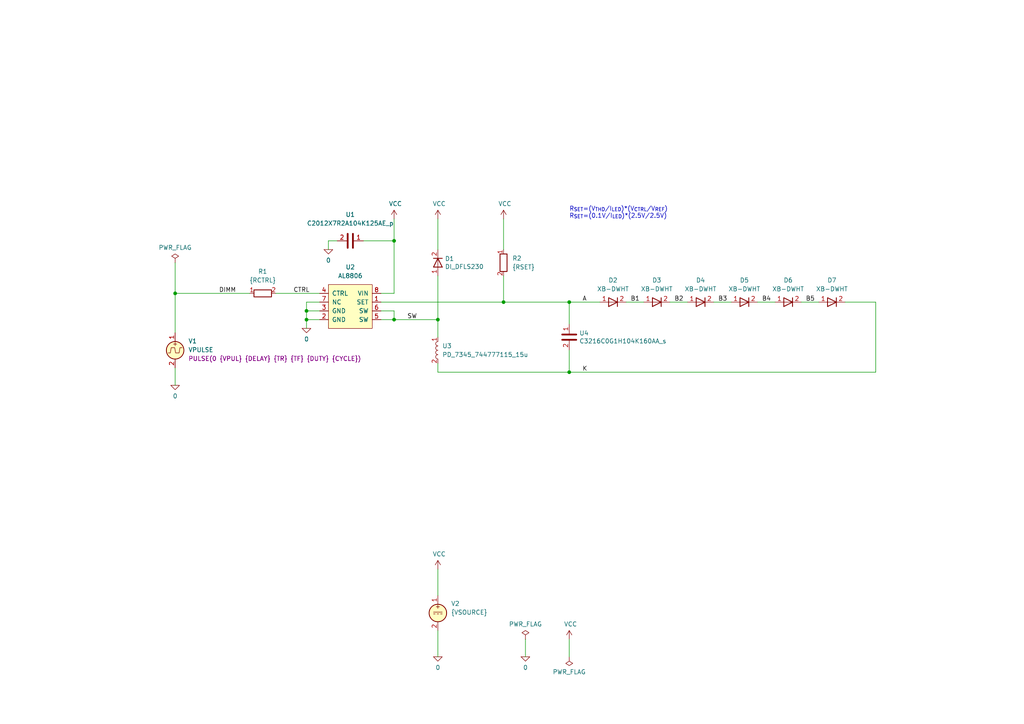
<source format=kicad_sch>
(kicad_sch
	(version 20231120)
	(generator "eeschema")
	(generator_version "8.0")
	(uuid "8a02b49a-91f4-44da-b69b-ecbba793e6fd")
	(paper "A4")
	(title_block
		(title "High efficiency 36V/1.5A buck led driver. XB-D white.")
		(date "2024-11-01")
		(rev "1")
		(company "astroelectronic@")
		(comment 1 "-")
		(comment 2 "-")
		(comment 3 "-")
		(comment 4 "AE01003806")
	)
	(lib_symbols
		(symbol "AL8806:0"
			(power)
			(pin_names
				(offset 0)
			)
			(exclude_from_sim no)
			(in_bom yes)
			(on_board yes)
			(property "Reference" "#GND"
				(at 0 -2.54 0)
				(effects
					(font
						(size 1.27 1.27)
					)
					(hide yes)
				)
			)
			(property "Value" "0"
				(at 0 -1.778 0)
				(effects
					(font
						(size 1.27 1.27)
					)
				)
			)
			(property "Footprint" ""
				(at 0 0 0)
				(effects
					(font
						(size 1.27 1.27)
					)
					(hide yes)
				)
			)
			(property "Datasheet" "~"
				(at 0 0 0)
				(effects
					(font
						(size 1.27 1.27)
					)
					(hide yes)
				)
			)
			(property "Description" "0V reference potential for simulation"
				(at 0 0 0)
				(effects
					(font
						(size 1.27 1.27)
					)
					(hide yes)
				)
			)
			(property "ki_keywords" "simulation"
				(at 0 0 0)
				(effects
					(font
						(size 1.27 1.27)
					)
					(hide yes)
				)
			)
			(symbol "0_0_1"
				(polyline
					(pts
						(xy -1.27 0) (xy 0 -1.27) (xy 1.27 0) (xy -1.27 0)
					)
					(stroke
						(width 0)
						(type default)
					)
					(fill
						(type none)
					)
				)
			)
			(symbol "0_1_1"
				(pin power_in line
					(at 0 0 0)
					(length 0) hide
					(name "0"
						(effects
							(font
								(size 1.016 1.016)
							)
						)
					)
					(number "1"
						(effects
							(font
								(size 1.016 1.016)
							)
						)
					)
				)
			)
		)
		(symbol "AL8806:AL8806"
			(pin_names
				(offset 1.016)
			)
			(exclude_from_sim no)
			(in_bom yes)
			(on_board yes)
			(property "Reference" "U"
				(at -6.35 -8.89 0)
				(effects
					(font
						(size 1.27 1.27)
					)
					(justify left bottom)
				)
			)
			(property "Value" "AL8806"
				(at -6.35 -11.43 0)
				(effects
					(font
						(size 1.27 1.27)
					)
					(justify left bottom)
				)
			)
			(property "Footprint" ""
				(at -6.35 -19.05 0)
				(effects
					(font
						(size 1.27 1.27)
					)
					(justify left bottom)
				)
			)
			(property "Datasheet" "http://www.diodes.com/catalog/Medium_Voltage_DC-DC_LED_Drivers_69/AL8806_8425"
				(at 0 0 0)
				(effects
					(font
						(size 1.27 1.27)
					)
					(hide yes)
				)
			)
			(property "Description" "High efficiency 36V 1.5A buck led driver"
				(at 0 0 0)
				(effects
					(font
						(size 1.27 1.27)
					)
					(hide yes)
				)
			)
			(property "ki_keywords" "simmodel"
				(at 0 0 0)
				(effects
					(font
						(size 1.27 1.27)
					)
					(hide yes)
				)
			)
			(symbol "AL8806_0_1"
				(rectangle
					(start -6.35 6.35)
					(end 6.35 -6.35)
					(stroke
						(width 0)
						(type default)
					)
					(fill
						(type background)
					)
				)
			)
			(symbol "AL8806_1_1"
				(pin passive line
					(at 8.89 1.27 180)
					(length 2.54)
					(name "SET"
						(effects
							(font
								(size 1.27 1.27)
							)
						)
					)
					(number "1"
						(effects
							(font
								(size 1.27 1.27)
							)
						)
					)
				)
				(pin passive line
					(at -8.89 -3.81 0)
					(length 2.54)
					(name "GND"
						(effects
							(font
								(size 1.27 1.27)
							)
						)
					)
					(number "2"
						(effects
							(font
								(size 1.27 1.27)
							)
						)
					)
				)
				(pin passive line
					(at -8.89 -1.27 0)
					(length 2.54)
					(name "GND"
						(effects
							(font
								(size 1.27 1.27)
							)
						)
					)
					(number "3"
						(effects
							(font
								(size 1.27 1.27)
							)
						)
					)
				)
				(pin passive line
					(at -8.89 3.81 0)
					(length 2.54)
					(name "CTRL"
						(effects
							(font
								(size 1.27 1.27)
							)
						)
					)
					(number "4"
						(effects
							(font
								(size 1.27 1.27)
							)
						)
					)
				)
				(pin passive line
					(at 8.89 -3.81 180)
					(length 2.54)
					(name "SW"
						(effects
							(font
								(size 1.27 1.27)
							)
						)
					)
					(number "5"
						(effects
							(font
								(size 1.27 1.27)
							)
						)
					)
				)
				(pin passive line
					(at 8.89 -1.27 180)
					(length 2.54)
					(name "SW"
						(effects
							(font
								(size 1.27 1.27)
							)
						)
					)
					(number "6"
						(effects
							(font
								(size 1.27 1.27)
							)
						)
					)
				)
				(pin passive line
					(at -8.89 1.27 0)
					(length 2.54)
					(name "NC"
						(effects
							(font
								(size 1.27 1.27)
							)
						)
					)
					(number "7"
						(effects
							(font
								(size 1.27 1.27)
							)
						)
					)
				)
				(pin passive line
					(at 8.89 3.81 180)
					(length 2.54)
					(name "VIN"
						(effects
							(font
								(size 1.27 1.27)
							)
						)
					)
					(number "8"
						(effects
							(font
								(size 1.27 1.27)
							)
						)
					)
				)
			)
		)
		(symbol "AL8806:C"
			(pin_names
				(offset 0.254) hide)
			(exclude_from_sim no)
			(in_bom yes)
			(on_board yes)
			(property "Reference" "C"
				(at 0.635 2.54 0)
				(effects
					(font
						(size 1.27 1.27)
					)
					(justify left)
				)
			)
			(property "Value" "C"
				(at 0.635 -2.54 0)
				(effects
					(font
						(size 1.27 1.27)
					)
					(justify left)
				)
			)
			(property "Footprint" ""
				(at 0.9652 -3.81 0)
				(effects
					(font
						(size 1.27 1.27)
					)
					(hide yes)
				)
			)
			(property "Datasheet" "~"
				(at 0 0 0)
				(effects
					(font
						(size 1.27 1.27)
					)
					(hide yes)
				)
			)
			(property "Description" "Unpolarized capacitor"
				(at 0 0 0)
				(effects
					(font
						(size 1.27 1.27)
					)
					(hide yes)
				)
			)
			(property "ki_keywords" "cap capacitor"
				(at 0 0 0)
				(effects
					(font
						(size 1.27 1.27)
					)
					(hide yes)
				)
			)
			(property "ki_fp_filters" "C_*"
				(at 0 0 0)
				(effects
					(font
						(size 1.27 1.27)
					)
					(hide yes)
				)
			)
			(symbol "C_0_1"
				(polyline
					(pts
						(xy -2.032 -0.762) (xy 2.032 -0.762)
					)
					(stroke
						(width 0.508)
						(type default)
					)
					(fill
						(type none)
					)
				)
				(polyline
					(pts
						(xy -2.032 0.762) (xy 2.032 0.762)
					)
					(stroke
						(width 0.508)
						(type default)
					)
					(fill
						(type none)
					)
				)
			)
			(symbol "C_1_1"
				(pin passive line
					(at 0 3.81 270)
					(length 2.794)
					(name "~"
						(effects
							(font
								(size 1.27 1.27)
							)
						)
					)
					(number "1"
						(effects
							(font
								(size 1.27 1.27)
							)
						)
					)
				)
				(pin passive line
					(at 0 -3.81 90)
					(length 2.794)
					(name "~"
						(effects
							(font
								(size 1.27 1.27)
							)
						)
					)
					(number "2"
						(effects
							(font
								(size 1.27 1.27)
							)
						)
					)
				)
			)
		)
		(symbol "AL8806:DIODE"
			(pin_names
				(offset 1.016) hide)
			(exclude_from_sim no)
			(in_bom yes)
			(on_board yes)
			(property "Reference" "D"
				(at 0 2.54 0)
				(effects
					(font
						(size 1.27 1.27)
					)
				)
			)
			(property "Value" "${SIM.PARAMS}"
				(at 0 -2.54 0)
				(effects
					(font
						(size 1.27 1.27)
					)
				)
			)
			(property "Footprint" ""
				(at 0 0 0)
				(effects
					(font
						(size 1.27 1.27)
					)
					(hide yes)
				)
			)
			(property "Datasheet" "~"
				(at 0 0 0)
				(effects
					(font
						(size 1.27 1.27)
					)
					(hide yes)
				)
			)
			(property "Description" "Diode, anode on pin 1, for simulation only!"
				(at 0 0 0)
				(effects
					(font
						(size 1.27 1.27)
					)
					(hide yes)
				)
			)
			(property "Sim.Pins" "1=1 2=2"
				(at 0 0 0)
				(effects
					(font
						(size 1.27 1.27)
					)
					(hide yes)
				)
			)
			(property "Sim.Device" "SPICE"
				(at 0 0 0)
				(effects
					(font
						(size 1.27 1.27)
					)
					(justify left)
					(hide yes)
				)
			)
			(property "Sim.Params" "type=\"D\" model=\"DIODE\" lib=\"\""
				(at 0 0 0)
				(effects
					(font
						(size 1.27 1.27)
					)
					(hide yes)
				)
			)
			(property "Spice_Netlist_Enabled" "Y"
				(at 0 0 0)
				(effects
					(font
						(size 1.27 1.27)
					)
					(justify left)
					(hide yes)
				)
			)
			(property "ki_keywords" "simulation"
				(at 0 0 0)
				(effects
					(font
						(size 1.27 1.27)
					)
					(hide yes)
				)
			)
			(symbol "DIODE_0_1"
				(polyline
					(pts
						(xy 1.27 0) (xy -1.27 0)
					)
					(stroke
						(width 0)
						(type default)
					)
					(fill
						(type none)
					)
				)
				(polyline
					(pts
						(xy 1.27 1.27) (xy 1.27 -1.27)
					)
					(stroke
						(width 0.254)
						(type default)
					)
					(fill
						(type none)
					)
				)
				(polyline
					(pts
						(xy -1.27 -1.27) (xy -1.27 1.27) (xy 1.27 0) (xy -1.27 -1.27)
					)
					(stroke
						(width 0.254)
						(type default)
					)
					(fill
						(type none)
					)
				)
			)
			(symbol "DIODE_1_1"
				(pin passive line
					(at -3.81 0 0)
					(length 2.54)
					(name "A"
						(effects
							(font
								(size 1.27 1.27)
							)
						)
					)
					(number "1"
						(effects
							(font
								(size 1.27 1.27)
							)
						)
					)
				)
				(pin passive line
					(at 3.81 0 180)
					(length 2.54)
					(name "K"
						(effects
							(font
								(size 1.27 1.27)
							)
						)
					)
					(number "2"
						(effects
							(font
								(size 1.27 1.27)
							)
						)
					)
				)
			)
		)
		(symbol "AL8806:PWR_FLAG"
			(power)
			(pin_numbers hide)
			(pin_names
				(offset 0) hide)
			(exclude_from_sim no)
			(in_bom yes)
			(on_board yes)
			(property "Reference" "#FLG"
				(at 0 1.905 0)
				(effects
					(font
						(size 1.27 1.27)
					)
					(hide yes)
				)
			)
			(property "Value" "PWR_FLAG"
				(at 0 3.81 0)
				(effects
					(font
						(size 1.27 1.27)
					)
				)
			)
			(property "Footprint" ""
				(at 0 0 0)
				(effects
					(font
						(size 1.27 1.27)
					)
					(hide yes)
				)
			)
			(property "Datasheet" "~"
				(at 0 0 0)
				(effects
					(font
						(size 1.27 1.27)
					)
					(hide yes)
				)
			)
			(property "Description" "Special symbol for telling ERC where power comes from"
				(at 0 0 0)
				(effects
					(font
						(size 1.27 1.27)
					)
					(hide yes)
				)
			)
			(property "ki_keywords" "flag power"
				(at 0 0 0)
				(effects
					(font
						(size 1.27 1.27)
					)
					(hide yes)
				)
			)
			(symbol "PWR_FLAG_0_0"
				(pin power_out line
					(at 0 0 90)
					(length 0)
					(name "pwr"
						(effects
							(font
								(size 1.27 1.27)
							)
						)
					)
					(number "1"
						(effects
							(font
								(size 1.27 1.27)
							)
						)
					)
				)
			)
			(symbol "PWR_FLAG_0_1"
				(polyline
					(pts
						(xy 0 0) (xy 0 1.27) (xy -1.016 1.905) (xy 0 2.54) (xy 1.016 1.905) (xy 0 1.27)
					)
					(stroke
						(width 0)
						(type default)
					)
					(fill
						(type none)
					)
				)
			)
		)
		(symbol "AL8806:VCC"
			(power)
			(pin_names
				(offset 0)
			)
			(exclude_from_sim no)
			(in_bom yes)
			(on_board yes)
			(property "Reference" "#PWR"
				(at 0 -3.81 0)
				(effects
					(font
						(size 1.27 1.27)
					)
					(hide yes)
				)
			)
			(property "Value" "VCC"
				(at 0 3.81 0)
				(effects
					(font
						(size 1.27 1.27)
					)
				)
			)
			(property "Footprint" ""
				(at 0 0 0)
				(effects
					(font
						(size 1.27 1.27)
					)
					(hide yes)
				)
			)
			(property "Datasheet" ""
				(at 0 0 0)
				(effects
					(font
						(size 1.27 1.27)
					)
					(hide yes)
				)
			)
			(property "Description" "Power symbol creates a global label with name \"VCC\""
				(at 0 0 0)
				(effects
					(font
						(size 1.27 1.27)
					)
					(hide yes)
				)
			)
			(property "ki_keywords" "global power"
				(at 0 0 0)
				(effects
					(font
						(size 1.27 1.27)
					)
					(hide yes)
				)
			)
			(symbol "VCC_0_1"
				(polyline
					(pts
						(xy -0.762 1.27) (xy 0 2.54)
					)
					(stroke
						(width 0)
						(type default)
					)
					(fill
						(type none)
					)
				)
				(polyline
					(pts
						(xy 0 0) (xy 0 2.54)
					)
					(stroke
						(width 0)
						(type default)
					)
					(fill
						(type none)
					)
				)
				(polyline
					(pts
						(xy 0 2.54) (xy 0.762 1.27)
					)
					(stroke
						(width 0)
						(type default)
					)
					(fill
						(type none)
					)
				)
			)
			(symbol "VCC_1_1"
				(pin power_in line
					(at 0 0 90)
					(length 0) hide
					(name "VCC"
						(effects
							(font
								(size 1.27 1.27)
							)
						)
					)
					(number "1"
						(effects
							(font
								(size 1.27 1.27)
							)
						)
					)
				)
			)
		)
		(symbol "AL8806:VDC"
			(pin_names
				(offset 0.0254) hide)
			(exclude_from_sim no)
			(in_bom yes)
			(on_board yes)
			(property "Reference" "V"
				(at 2.54 2.54 0)
				(effects
					(font
						(size 1.27 1.27)
					)
					(justify left)
				)
			)
			(property "Value" "1"
				(at 2.54 0 0)
				(effects
					(font
						(size 1.27 1.27)
					)
					(justify left)
				)
			)
			(property "Footprint" ""
				(at 0 0 0)
				(effects
					(font
						(size 1.27 1.27)
					)
					(hide yes)
				)
			)
			(property "Datasheet" "~"
				(at 0 0 0)
				(effects
					(font
						(size 1.27 1.27)
					)
					(hide yes)
				)
			)
			(property "Description" "Voltage source, DC"
				(at 0 0 0)
				(effects
					(font
						(size 1.27 1.27)
					)
					(hide yes)
				)
			)
			(property "Sim.Pins" "1=+ 2=-"
				(at 0 0 0)
				(effects
					(font
						(size 1.27 1.27)
					)
					(hide yes)
				)
			)
			(property "Sim.Type" "DC"
				(at 0 0 0)
				(effects
					(font
						(size 1.27 1.27)
					)
					(hide yes)
				)
			)
			(property "Sim.Device" "V"
				(at 0 0 0)
				(effects
					(font
						(size 1.27 1.27)
					)
					(justify left)
					(hide yes)
				)
			)
			(property "Spice_Netlist_Enabled" "Y"
				(at 0 0 0)
				(effects
					(font
						(size 1.27 1.27)
					)
					(justify left)
					(hide yes)
				)
			)
			(property "ki_keywords" "simulation"
				(at 0 0 0)
				(effects
					(font
						(size 1.27 1.27)
					)
					(hide yes)
				)
			)
			(symbol "VDC_0_0"
				(polyline
					(pts
						(xy -1.27 0.254) (xy 1.27 0.254)
					)
					(stroke
						(width 0)
						(type default)
					)
					(fill
						(type none)
					)
				)
				(polyline
					(pts
						(xy -0.762 -0.254) (xy -1.27 -0.254)
					)
					(stroke
						(width 0)
						(type default)
					)
					(fill
						(type none)
					)
				)
				(polyline
					(pts
						(xy 0.254 -0.254) (xy -0.254 -0.254)
					)
					(stroke
						(width 0)
						(type default)
					)
					(fill
						(type none)
					)
				)
				(polyline
					(pts
						(xy 1.27 -0.254) (xy 0.762 -0.254)
					)
					(stroke
						(width 0)
						(type default)
					)
					(fill
						(type none)
					)
				)
				(text "+"
					(at 0 1.905 0)
					(effects
						(font
							(size 1.27 1.27)
						)
					)
				)
			)
			(symbol "VDC_0_1"
				(circle
					(center 0 0)
					(radius 2.54)
					(stroke
						(width 0.254)
						(type default)
					)
					(fill
						(type background)
					)
				)
			)
			(symbol "VDC_1_1"
				(pin passive line
					(at 0 5.08 270)
					(length 2.54)
					(name "~"
						(effects
							(font
								(size 1.27 1.27)
							)
						)
					)
					(number "1"
						(effects
							(font
								(size 1.27 1.27)
							)
						)
					)
				)
				(pin passive line
					(at 0 -5.08 90)
					(length 2.54)
					(name "~"
						(effects
							(font
								(size 1.27 1.27)
							)
						)
					)
					(number "2"
						(effects
							(font
								(size 1.27 1.27)
							)
						)
					)
				)
			)
		)
		(symbol "AL8806:VPULSE"
			(pin_names
				(offset 0.0254) hide)
			(exclude_from_sim no)
			(in_bom yes)
			(on_board yes)
			(property "Reference" "V"
				(at 2.54 2.54 0)
				(effects
					(font
						(size 1.27 1.27)
					)
					(justify left)
				)
			)
			(property "Value" "VPULSE"
				(at 2.54 0 0)
				(effects
					(font
						(size 1.27 1.27)
					)
					(justify left)
				)
			)
			(property "Footprint" ""
				(at 0 0 0)
				(effects
					(font
						(size 1.27 1.27)
					)
					(hide yes)
				)
			)
			(property "Datasheet" "~"
				(at 0 0 0)
				(effects
					(font
						(size 1.27 1.27)
					)
					(hide yes)
				)
			)
			(property "Description" "Voltage source, pulse"
				(at 0 0 0)
				(effects
					(font
						(size 1.27 1.27)
					)
					(hide yes)
				)
			)
			(property "Sim.Pins" "1=+ 2=-"
				(at 0 0 0)
				(effects
					(font
						(size 1.27 1.27)
					)
					(hide yes)
				)
			)
			(property "Sim.Type" "PULSE"
				(at 0 0 0)
				(effects
					(font
						(size 1.27 1.27)
					)
					(hide yes)
				)
			)
			(property "Sim.Device" "V"
				(at 0 0 0)
				(effects
					(font
						(size 1.27 1.27)
					)
					(justify left)
					(hide yes)
				)
			)
			(property "Sim.Params" "y1=0 y2=1 td=2n tr=2n tf=2n tw=50n per=100n"
				(at 2.54 -2.54 0)
				(effects
					(font
						(size 1.27 1.27)
					)
					(justify left)
				)
			)
			(property "Spice_Netlist_Enabled" "Y"
				(at 0 0 0)
				(effects
					(font
						(size 1.27 1.27)
					)
					(justify left)
					(hide yes)
				)
			)
			(property "ki_keywords" "simulation"
				(at 0 0 0)
				(effects
					(font
						(size 1.27 1.27)
					)
					(hide yes)
				)
			)
			(symbol "VPULSE_0_0"
				(polyline
					(pts
						(xy -2.032 -0.762) (xy -1.397 -0.762) (xy -1.143 0.762) (xy -0.127 0.762) (xy 0.127 -0.762) (xy 1.143 -0.762)
						(xy 1.397 0.762) (xy 2.032 0.762)
					)
					(stroke
						(width 0)
						(type default)
					)
					(fill
						(type none)
					)
				)
				(text "+"
					(at 0 1.905 0)
					(effects
						(font
							(size 1.27 1.27)
						)
					)
				)
			)
			(symbol "VPULSE_0_1"
				(circle
					(center 0 0)
					(radius 2.54)
					(stroke
						(width 0.254)
						(type default)
					)
					(fill
						(type background)
					)
				)
			)
			(symbol "VPULSE_1_1"
				(pin passive line
					(at 0 5.08 270)
					(length 2.54)
					(name "~"
						(effects
							(font
								(size 1.27 1.27)
							)
						)
					)
					(number "1"
						(effects
							(font
								(size 1.27 1.27)
							)
						)
					)
				)
				(pin passive line
					(at 0 -5.08 90)
					(length 2.54)
					(name "~"
						(effects
							(font
								(size 1.27 1.27)
							)
						)
					)
					(number "2"
						(effects
							(font
								(size 1.27 1.27)
							)
						)
					)
				)
			)
		)
		(symbol "C_1"
			(pin_names
				(offset 0.254) hide)
			(exclude_from_sim no)
			(in_bom yes)
			(on_board yes)
			(property "Reference" "C"
				(at 0.635 2.54 0)
				(effects
					(font
						(size 1.27 1.27)
					)
					(justify left)
				)
			)
			(property "Value" "C_1"
				(at 0.635 -2.54 0)
				(effects
					(font
						(size 1.27 1.27)
					)
					(justify left)
				)
			)
			(property "Footprint" ""
				(at 0.9652 -3.81 0)
				(effects
					(font
						(size 1.27 1.27)
					)
					(hide yes)
				)
			)
			(property "Datasheet" "~"
				(at 0 0 0)
				(effects
					(font
						(size 1.27 1.27)
					)
					(hide yes)
				)
			)
			(property "Description" "Unpolarized capacitor"
				(at 0 0 0)
				(effects
					(font
						(size 1.27 1.27)
					)
					(hide yes)
				)
			)
			(property "ki_keywords" "cap capacitor"
				(at 0 0 0)
				(effects
					(font
						(size 1.27 1.27)
					)
					(hide yes)
				)
			)
			(property "ki_fp_filters" "C_*"
				(at 0 0 0)
				(effects
					(font
						(size 1.27 1.27)
					)
					(hide yes)
				)
			)
			(symbol "C_1_0_1"
				(polyline
					(pts
						(xy -2.032 -0.762) (xy 2.032 -0.762)
					)
					(stroke
						(width 0.508)
						(type default)
					)
					(fill
						(type none)
					)
				)
				(polyline
					(pts
						(xy -2.032 0.762) (xy 2.032 0.762)
					)
					(stroke
						(width 0.508)
						(type default)
					)
					(fill
						(type none)
					)
				)
			)
			(symbol "C_1_1_1"
				(pin passive line
					(at 0 3.81 270)
					(length 2.794)
					(name "~"
						(effects
							(font
								(size 1.27 1.27)
							)
						)
					)
					(number "1"
						(effects
							(font
								(size 1.27 1.27)
							)
						)
					)
				)
				(pin passive line
					(at 0 -3.81 90)
					(length 2.794)
					(name "~"
						(effects
							(font
								(size 1.27 1.27)
							)
						)
					)
					(number "2"
						(effects
							(font
								(size 1.27 1.27)
							)
						)
					)
				)
			)
		)
		(symbol "DIODE_2"
			(pin_names
				(offset 1.016) hide)
			(exclude_from_sim no)
			(in_bom yes)
			(on_board yes)
			(property "Reference" "D"
				(at 0 2.54 0)
				(effects
					(font
						(size 1.27 1.27)
					)
				)
			)
			(property "Value" "${SIM.PARAMS}"
				(at 0 -2.54 0)
				(effects
					(font
						(size 1.27 1.27)
					)
				)
			)
			(property "Footprint" ""
				(at 0 0 0)
				(effects
					(font
						(size 1.27 1.27)
					)
					(hide yes)
				)
			)
			(property "Datasheet" "~"
				(at 0 0 0)
				(effects
					(font
						(size 1.27 1.27)
					)
					(hide yes)
				)
			)
			(property "Description" "Diode, anode on pin 1, for simulation only!"
				(at 0 0 0)
				(effects
					(font
						(size 1.27 1.27)
					)
					(hide yes)
				)
			)
			(property "Sim.Pins" "1=1 2=2"
				(at 0 0 0)
				(effects
					(font
						(size 1.27 1.27)
					)
					(hide yes)
				)
			)
			(property "Sim.Device" "SPICE"
				(at 0 0 0)
				(effects
					(font
						(size 1.27 1.27)
					)
					(justify left)
					(hide yes)
				)
			)
			(property "Sim.Params" "type=\"D\" model=\"DIODE_2\" lib=\"\""
				(at 0 0 0)
				(effects
					(font
						(size 1.27 1.27)
					)
					(hide yes)
				)
			)
			(property "Spice_Netlist_Enabled" "Y"
				(at 0 0 0)
				(effects
					(font
						(size 1.27 1.27)
					)
					(justify left)
					(hide yes)
				)
			)
			(property "ki_keywords" "simulation"
				(at 0 0 0)
				(effects
					(font
						(size 1.27 1.27)
					)
					(hide yes)
				)
			)
			(symbol "DIODE_2_0_1"
				(polyline
					(pts
						(xy 1.27 0) (xy -1.27 0)
					)
					(stroke
						(width 0)
						(type default)
					)
					(fill
						(type none)
					)
				)
				(polyline
					(pts
						(xy 1.27 1.27) (xy 1.27 -1.27)
					)
					(stroke
						(width 0.254)
						(type default)
					)
					(fill
						(type none)
					)
				)
				(polyline
					(pts
						(xy -1.27 -1.27) (xy -1.27 1.27) (xy 1.27 0) (xy -1.27 -1.27)
					)
					(stroke
						(width 0.254)
						(type default)
					)
					(fill
						(type none)
					)
				)
			)
			(symbol "DIODE_2_1_1"
				(pin passive line
					(at -3.81 0 0)
					(length 2.54)
					(name "A"
						(effects
							(font
								(size 1.27 1.27)
							)
						)
					)
					(number "1"
						(effects
							(font
								(size 1.27 1.27)
							)
						)
					)
				)
				(pin passive line
					(at 3.81 0 180)
					(length 2.54)
					(name "K"
						(effects
							(font
								(size 1.27 1.27)
							)
						)
					)
					(number "2"
						(effects
							(font
								(size 1.27 1.27)
							)
						)
					)
				)
			)
		)
		(symbol "DIODE_2_1"
			(pin_names
				(offset 1.016) hide)
			(exclude_from_sim no)
			(in_bom yes)
			(on_board yes)
			(property "Reference" "D"
				(at 0 2.54 0)
				(effects
					(font
						(size 1.27 1.27)
					)
				)
			)
			(property "Value" "${SIM.PARAMS}"
				(at 0 -2.54 0)
				(effects
					(font
						(size 1.27 1.27)
					)
				)
			)
			(property "Footprint" ""
				(at 0 0 0)
				(effects
					(font
						(size 1.27 1.27)
					)
					(hide yes)
				)
			)
			(property "Datasheet" "~"
				(at 0 0 0)
				(effects
					(font
						(size 1.27 1.27)
					)
					(hide yes)
				)
			)
			(property "Description" "Diode, anode on pin 1, for simulation only!"
				(at 0 0 0)
				(effects
					(font
						(size 1.27 1.27)
					)
					(hide yes)
				)
			)
			(property "Sim.Pins" "1=1 2=2"
				(at 0 0 0)
				(effects
					(font
						(size 1.27 1.27)
					)
					(hide yes)
				)
			)
			(property "Sim.Device" "SPICE"
				(at 0 0 0)
				(effects
					(font
						(size 1.27 1.27)
					)
					(justify left)
					(hide yes)
				)
			)
			(property "Sim.Params" "type=\"D\" model=\"DIODE_2\" lib=\"\""
				(at 0 0 0)
				(effects
					(font
						(size 1.27 1.27)
					)
					(hide yes)
				)
			)
			(property "Spice_Netlist_Enabled" "Y"
				(at 0 0 0)
				(effects
					(font
						(size 1.27 1.27)
					)
					(justify left)
					(hide yes)
				)
			)
			(property "ki_keywords" "simulation"
				(at 0 0 0)
				(effects
					(font
						(size 1.27 1.27)
					)
					(hide yes)
				)
			)
			(symbol "DIODE_2_1_0_1"
				(polyline
					(pts
						(xy 1.27 0) (xy -1.27 0)
					)
					(stroke
						(width 0)
						(type default)
					)
					(fill
						(type none)
					)
				)
				(polyline
					(pts
						(xy 1.27 1.27) (xy 1.27 -1.27)
					)
					(stroke
						(width 0.254)
						(type default)
					)
					(fill
						(type none)
					)
				)
				(polyline
					(pts
						(xy -1.27 -1.27) (xy -1.27 1.27) (xy 1.27 0) (xy -1.27 -1.27)
					)
					(stroke
						(width 0.254)
						(type default)
					)
					(fill
						(type none)
					)
				)
			)
			(symbol "DIODE_2_1_1_1"
				(pin passive line
					(at -3.81 0 0)
					(length 2.54)
					(name "A"
						(effects
							(font
								(size 1.27 1.27)
							)
						)
					)
					(number "1"
						(effects
							(font
								(size 1.27 1.27)
							)
						)
					)
				)
				(pin passive line
					(at 3.81 0 180)
					(length 2.54)
					(name "K"
						(effects
							(font
								(size 1.27 1.27)
							)
						)
					)
					(number "2"
						(effects
							(font
								(size 1.27 1.27)
							)
						)
					)
				)
			)
		)
		(symbol "DIODE_2_2"
			(pin_names
				(offset 1.016) hide)
			(exclude_from_sim no)
			(in_bom yes)
			(on_board yes)
			(property "Reference" "D"
				(at 0 2.54 0)
				(effects
					(font
						(size 1.27 1.27)
					)
				)
			)
			(property "Value" "${SIM.PARAMS}"
				(at 0 -2.54 0)
				(effects
					(font
						(size 1.27 1.27)
					)
				)
			)
			(property "Footprint" ""
				(at 0 0 0)
				(effects
					(font
						(size 1.27 1.27)
					)
					(hide yes)
				)
			)
			(property "Datasheet" "~"
				(at 0 0 0)
				(effects
					(font
						(size 1.27 1.27)
					)
					(hide yes)
				)
			)
			(property "Description" "Diode, anode on pin 1, for simulation only!"
				(at 0 0 0)
				(effects
					(font
						(size 1.27 1.27)
					)
					(hide yes)
				)
			)
			(property "Sim.Pins" "1=1 2=2"
				(at 0 0 0)
				(effects
					(font
						(size 1.27 1.27)
					)
					(hide yes)
				)
			)
			(property "Sim.Device" "SPICE"
				(at 0 0 0)
				(effects
					(font
						(size 1.27 1.27)
					)
					(justify left)
					(hide yes)
				)
			)
			(property "Sim.Params" "type=\"D\" model=\"DIODE_2\" lib=\"\""
				(at 0 0 0)
				(effects
					(font
						(size 1.27 1.27)
					)
					(hide yes)
				)
			)
			(property "Spice_Netlist_Enabled" "Y"
				(at 0 0 0)
				(effects
					(font
						(size 1.27 1.27)
					)
					(justify left)
					(hide yes)
				)
			)
			(property "ki_keywords" "simulation"
				(at 0 0 0)
				(effects
					(font
						(size 1.27 1.27)
					)
					(hide yes)
				)
			)
			(symbol "DIODE_2_2_0_1"
				(polyline
					(pts
						(xy 1.27 0) (xy -1.27 0)
					)
					(stroke
						(width 0)
						(type default)
					)
					(fill
						(type none)
					)
				)
				(polyline
					(pts
						(xy 1.27 1.27) (xy 1.27 -1.27)
					)
					(stroke
						(width 0.254)
						(type default)
					)
					(fill
						(type none)
					)
				)
				(polyline
					(pts
						(xy -1.27 -1.27) (xy -1.27 1.27) (xy 1.27 0) (xy -1.27 -1.27)
					)
					(stroke
						(width 0.254)
						(type default)
					)
					(fill
						(type none)
					)
				)
			)
			(symbol "DIODE_2_2_1_1"
				(pin passive line
					(at -3.81 0 0)
					(length 2.54)
					(name "A"
						(effects
							(font
								(size 1.27 1.27)
							)
						)
					)
					(number "1"
						(effects
							(font
								(size 1.27 1.27)
							)
						)
					)
				)
				(pin passive line
					(at 3.81 0 180)
					(length 2.54)
					(name "K"
						(effects
							(font
								(size 1.27 1.27)
							)
						)
					)
					(number "2"
						(effects
							(font
								(size 1.27 1.27)
							)
						)
					)
				)
			)
		)
		(symbol "DIODE_2_3"
			(pin_names
				(offset 1.016) hide)
			(exclude_from_sim no)
			(in_bom yes)
			(on_board yes)
			(property "Reference" "D"
				(at 0 2.54 0)
				(effects
					(font
						(size 1.27 1.27)
					)
				)
			)
			(property "Value" "${SIM.PARAMS}"
				(at 0 -2.54 0)
				(effects
					(font
						(size 1.27 1.27)
					)
				)
			)
			(property "Footprint" ""
				(at 0 0 0)
				(effects
					(font
						(size 1.27 1.27)
					)
					(hide yes)
				)
			)
			(property "Datasheet" "~"
				(at 0 0 0)
				(effects
					(font
						(size 1.27 1.27)
					)
					(hide yes)
				)
			)
			(property "Description" "Diode, anode on pin 1, for simulation only!"
				(at 0 0 0)
				(effects
					(font
						(size 1.27 1.27)
					)
					(hide yes)
				)
			)
			(property "Sim.Pins" "1=1 2=2"
				(at 0 0 0)
				(effects
					(font
						(size 1.27 1.27)
					)
					(hide yes)
				)
			)
			(property "Sim.Device" "SPICE"
				(at 0 0 0)
				(effects
					(font
						(size 1.27 1.27)
					)
					(justify left)
					(hide yes)
				)
			)
			(property "Sim.Params" "type=\"D\" model=\"DIODE_2\" lib=\"\""
				(at 0 0 0)
				(effects
					(font
						(size 1.27 1.27)
					)
					(hide yes)
				)
			)
			(property "Spice_Netlist_Enabled" "Y"
				(at 0 0 0)
				(effects
					(font
						(size 1.27 1.27)
					)
					(justify left)
					(hide yes)
				)
			)
			(property "ki_keywords" "simulation"
				(at 0 0 0)
				(effects
					(font
						(size 1.27 1.27)
					)
					(hide yes)
				)
			)
			(symbol "DIODE_2_3_0_1"
				(polyline
					(pts
						(xy 1.27 0) (xy -1.27 0)
					)
					(stroke
						(width 0)
						(type default)
					)
					(fill
						(type none)
					)
				)
				(polyline
					(pts
						(xy 1.27 1.27) (xy 1.27 -1.27)
					)
					(stroke
						(width 0.254)
						(type default)
					)
					(fill
						(type none)
					)
				)
				(polyline
					(pts
						(xy -1.27 -1.27) (xy -1.27 1.27) (xy 1.27 0) (xy -1.27 -1.27)
					)
					(stroke
						(width 0.254)
						(type default)
					)
					(fill
						(type none)
					)
				)
			)
			(symbol "DIODE_2_3_1_1"
				(pin passive line
					(at -3.81 0 0)
					(length 2.54)
					(name "A"
						(effects
							(font
								(size 1.27 1.27)
							)
						)
					)
					(number "1"
						(effects
							(font
								(size 1.27 1.27)
							)
						)
					)
				)
				(pin passive line
					(at 3.81 0 180)
					(length 2.54)
					(name "K"
						(effects
							(font
								(size 1.27 1.27)
							)
						)
					)
					(number "2"
						(effects
							(font
								(size 1.27 1.27)
							)
						)
					)
				)
			)
		)
		(symbol "DIODE_2_4"
			(pin_names
				(offset 1.016) hide)
			(exclude_from_sim no)
			(in_bom yes)
			(on_board yes)
			(property "Reference" "D"
				(at 0 2.54 0)
				(effects
					(font
						(size 1.27 1.27)
					)
				)
			)
			(property "Value" "${SIM.PARAMS}"
				(at 0 -2.54 0)
				(effects
					(font
						(size 1.27 1.27)
					)
				)
			)
			(property "Footprint" ""
				(at 0 0 0)
				(effects
					(font
						(size 1.27 1.27)
					)
					(hide yes)
				)
			)
			(property "Datasheet" "~"
				(at 0 0 0)
				(effects
					(font
						(size 1.27 1.27)
					)
					(hide yes)
				)
			)
			(property "Description" "Diode, anode on pin 1, for simulation only!"
				(at 0 0 0)
				(effects
					(font
						(size 1.27 1.27)
					)
					(hide yes)
				)
			)
			(property "Sim.Pins" "1=1 2=2"
				(at 0 0 0)
				(effects
					(font
						(size 1.27 1.27)
					)
					(hide yes)
				)
			)
			(property "Sim.Device" "SPICE"
				(at 0 0 0)
				(effects
					(font
						(size 1.27 1.27)
					)
					(justify left)
					(hide yes)
				)
			)
			(property "Sim.Params" "type=\"D\" model=\"DIODE_2\" lib=\"\""
				(at 0 0 0)
				(effects
					(font
						(size 1.27 1.27)
					)
					(hide yes)
				)
			)
			(property "Spice_Netlist_Enabled" "Y"
				(at 0 0 0)
				(effects
					(font
						(size 1.27 1.27)
					)
					(justify left)
					(hide yes)
				)
			)
			(property "ki_keywords" "simulation"
				(at 0 0 0)
				(effects
					(font
						(size 1.27 1.27)
					)
					(hide yes)
				)
			)
			(symbol "DIODE_2_4_0_1"
				(polyline
					(pts
						(xy 1.27 0) (xy -1.27 0)
					)
					(stroke
						(width 0)
						(type default)
					)
					(fill
						(type none)
					)
				)
				(polyline
					(pts
						(xy 1.27 1.27) (xy 1.27 -1.27)
					)
					(stroke
						(width 0.254)
						(type default)
					)
					(fill
						(type none)
					)
				)
				(polyline
					(pts
						(xy -1.27 -1.27) (xy -1.27 1.27) (xy 1.27 0) (xy -1.27 -1.27)
					)
					(stroke
						(width 0.254)
						(type default)
					)
					(fill
						(type none)
					)
				)
			)
			(symbol "DIODE_2_4_1_1"
				(pin passive line
					(at -3.81 0 0)
					(length 2.54)
					(name "A"
						(effects
							(font
								(size 1.27 1.27)
							)
						)
					)
					(number "1"
						(effects
							(font
								(size 1.27 1.27)
							)
						)
					)
				)
				(pin passive line
					(at 3.81 0 180)
					(length 2.54)
					(name "K"
						(effects
							(font
								(size 1.27 1.27)
							)
						)
					)
					(number "2"
						(effects
							(font
								(size 1.27 1.27)
							)
						)
					)
				)
			)
		)
		(symbol "DIODE_2_5"
			(pin_names
				(offset 1.016) hide)
			(exclude_from_sim no)
			(in_bom yes)
			(on_board yes)
			(property "Reference" "D"
				(at 0 2.54 0)
				(effects
					(font
						(size 1.27 1.27)
					)
				)
			)
			(property "Value" "${SIM.PARAMS}"
				(at 0 -2.54 0)
				(effects
					(font
						(size 1.27 1.27)
					)
				)
			)
			(property "Footprint" ""
				(at 0 0 0)
				(effects
					(font
						(size 1.27 1.27)
					)
					(hide yes)
				)
			)
			(property "Datasheet" "~"
				(at 0 0 0)
				(effects
					(font
						(size 1.27 1.27)
					)
					(hide yes)
				)
			)
			(property "Description" "Diode, anode on pin 1, for simulation only!"
				(at 0 0 0)
				(effects
					(font
						(size 1.27 1.27)
					)
					(hide yes)
				)
			)
			(property "Sim.Pins" "1=1 2=2"
				(at 0 0 0)
				(effects
					(font
						(size 1.27 1.27)
					)
					(hide yes)
				)
			)
			(property "Sim.Device" "SPICE"
				(at 0 0 0)
				(effects
					(font
						(size 1.27 1.27)
					)
					(justify left)
					(hide yes)
				)
			)
			(property "Sim.Params" "type=\"D\" model=\"DIODE_2\" lib=\"\""
				(at 0 0 0)
				(effects
					(font
						(size 1.27 1.27)
					)
					(hide yes)
				)
			)
			(property "Spice_Netlist_Enabled" "Y"
				(at 0 0 0)
				(effects
					(font
						(size 1.27 1.27)
					)
					(justify left)
					(hide yes)
				)
			)
			(property "ki_keywords" "simulation"
				(at 0 0 0)
				(effects
					(font
						(size 1.27 1.27)
					)
					(hide yes)
				)
			)
			(symbol "DIODE_2_5_0_1"
				(polyline
					(pts
						(xy 1.27 0) (xy -1.27 0)
					)
					(stroke
						(width 0)
						(type default)
					)
					(fill
						(type none)
					)
				)
				(polyline
					(pts
						(xy 1.27 1.27) (xy 1.27 -1.27)
					)
					(stroke
						(width 0.254)
						(type default)
					)
					(fill
						(type none)
					)
				)
				(polyline
					(pts
						(xy -1.27 -1.27) (xy -1.27 1.27) (xy 1.27 0) (xy -1.27 -1.27)
					)
					(stroke
						(width 0.254)
						(type default)
					)
					(fill
						(type none)
					)
				)
			)
			(symbol "DIODE_2_5_1_1"
				(pin passive line
					(at -3.81 0 0)
					(length 2.54)
					(name "A"
						(effects
							(font
								(size 1.27 1.27)
							)
						)
					)
					(number "1"
						(effects
							(font
								(size 1.27 1.27)
							)
						)
					)
				)
				(pin passive line
					(at 3.81 0 180)
					(length 2.54)
					(name "K"
						(effects
							(font
								(size 1.27 1.27)
							)
						)
					)
					(number "2"
						(effects
							(font
								(size 1.27 1.27)
							)
						)
					)
				)
			)
		)
		(symbol "DIODE_2_6"
			(pin_names
				(offset 1.016) hide)
			(exclude_from_sim no)
			(in_bom yes)
			(on_board yes)
			(property "Reference" "D"
				(at 0 2.54 0)
				(effects
					(font
						(size 1.27 1.27)
					)
				)
			)
			(property "Value" "${SIM.PARAMS}"
				(at 0 -2.54 0)
				(effects
					(font
						(size 1.27 1.27)
					)
				)
			)
			(property "Footprint" ""
				(at 0 0 0)
				(effects
					(font
						(size 1.27 1.27)
					)
					(hide yes)
				)
			)
			(property "Datasheet" "~"
				(at 0 0 0)
				(effects
					(font
						(size 1.27 1.27)
					)
					(hide yes)
				)
			)
			(property "Description" "Diode, anode on pin 1, for simulation only!"
				(at 0 0 0)
				(effects
					(font
						(size 1.27 1.27)
					)
					(hide yes)
				)
			)
			(property "Sim.Pins" "1=1 2=2"
				(at 0 0 0)
				(effects
					(font
						(size 1.27 1.27)
					)
					(hide yes)
				)
			)
			(property "Sim.Device" "SPICE"
				(at 0 0 0)
				(effects
					(font
						(size 1.27 1.27)
					)
					(justify left)
					(hide yes)
				)
			)
			(property "Sim.Params" "type=\"D\" model=\"DIODE_2\" lib=\"\""
				(at 0 0 0)
				(effects
					(font
						(size 1.27 1.27)
					)
					(hide yes)
				)
			)
			(property "Spice_Netlist_Enabled" "Y"
				(at 0 0 0)
				(effects
					(font
						(size 1.27 1.27)
					)
					(justify left)
					(hide yes)
				)
			)
			(property "ki_keywords" "simulation"
				(at 0 0 0)
				(effects
					(font
						(size 1.27 1.27)
					)
					(hide yes)
				)
			)
			(symbol "DIODE_2_6_0_1"
				(polyline
					(pts
						(xy 1.27 0) (xy -1.27 0)
					)
					(stroke
						(width 0)
						(type default)
					)
					(fill
						(type none)
					)
				)
				(polyline
					(pts
						(xy 1.27 1.27) (xy 1.27 -1.27)
					)
					(stroke
						(width 0.254)
						(type default)
					)
					(fill
						(type none)
					)
				)
				(polyline
					(pts
						(xy -1.27 -1.27) (xy -1.27 1.27) (xy 1.27 0) (xy -1.27 -1.27)
					)
					(stroke
						(width 0.254)
						(type default)
					)
					(fill
						(type none)
					)
				)
			)
			(symbol "DIODE_2_6_1_1"
				(pin passive line
					(at -3.81 0 0)
					(length 2.54)
					(name "A"
						(effects
							(font
								(size 1.27 1.27)
							)
						)
					)
					(number "1"
						(effects
							(font
								(size 1.27 1.27)
							)
						)
					)
				)
				(pin passive line
					(at 3.81 0 180)
					(length 2.54)
					(name "K"
						(effects
							(font
								(size 1.27 1.27)
							)
						)
					)
					(number "2"
						(effects
							(font
								(size 1.27 1.27)
							)
						)
					)
				)
			)
		)
		(symbol "L_1"
			(pin_names
				(offset 1.016) hide)
			(exclude_from_sim no)
			(in_bom yes)
			(on_board yes)
			(property "Reference" "L"
				(at -1.27 0 90)
				(effects
					(font
						(size 1.27 1.27)
					)
				)
			)
			(property "Value" "L_1"
				(at 1.905 0 90)
				(effects
					(font
						(size 1.27 1.27)
					)
				)
			)
			(property "Footprint" ""
				(at 0 0 0)
				(effects
					(font
						(size 1.27 1.27)
					)
					(hide yes)
				)
			)
			(property "Datasheet" "~"
				(at 0 0 0)
				(effects
					(font
						(size 1.27 1.27)
					)
					(hide yes)
				)
			)
			(property "Description" "Inductor"
				(at 0 0 0)
				(effects
					(font
						(size 1.27 1.27)
					)
					(hide yes)
				)
			)
			(property "ki_keywords" "inductor choke coil reactor magnetic"
				(at 0 0 0)
				(effects
					(font
						(size 1.27 1.27)
					)
					(hide yes)
				)
			)
			(property "ki_fp_filters" "Choke_* *Coil* Inductor_* L_*"
				(at 0 0 0)
				(effects
					(font
						(size 1.27 1.27)
					)
					(hide yes)
				)
			)
			(symbol "L_1_0_1"
				(arc
					(start 0 -2.54)
					(mid 0.6323 -1.905)
					(end 0 -1.27)
					(stroke
						(width 0)
						(type default)
					)
					(fill
						(type none)
					)
				)
				(arc
					(start 0 -1.27)
					(mid 0.6323 -0.635)
					(end 0 0)
					(stroke
						(width 0)
						(type default)
					)
					(fill
						(type none)
					)
				)
				(arc
					(start 0 0)
					(mid 0.6323 0.635)
					(end 0 1.27)
					(stroke
						(width 0)
						(type default)
					)
					(fill
						(type none)
					)
				)
				(arc
					(start 0 1.27)
					(mid 0.6323 1.905)
					(end 0 2.54)
					(stroke
						(width 0)
						(type default)
					)
					(fill
						(type none)
					)
				)
			)
			(symbol "L_1_1_1"
				(pin passive line
					(at 0 3.81 270)
					(length 1.27)
					(name "1"
						(effects
							(font
								(size 1.27 1.27)
							)
						)
					)
					(number "1"
						(effects
							(font
								(size 1.27 1.27)
							)
						)
					)
				)
				(pin passive line
					(at 0 -3.81 90)
					(length 1.27)
					(name "2"
						(effects
							(font
								(size 1.27 1.27)
							)
						)
					)
					(number "2"
						(effects
							(font
								(size 1.27 1.27)
							)
						)
					)
				)
			)
		)
		(symbol "R_1"
			(pin_names
				(offset 0) hide)
			(exclude_from_sim no)
			(in_bom yes)
			(on_board yes)
			(property "Reference" "R"
				(at 2.032 0 90)
				(effects
					(font
						(size 1.27 1.27)
					)
				)
			)
			(property "Value" "R_1"
				(at 0 0 90)
				(effects
					(font
						(size 1.27 1.27)
					)
				)
			)
			(property "Footprint" ""
				(at -1.778 0 90)
				(effects
					(font
						(size 1.27 1.27)
					)
					(hide yes)
				)
			)
			(property "Datasheet" "~"
				(at 0 0 0)
				(effects
					(font
						(size 1.27 1.27)
					)
					(hide yes)
				)
			)
			(property "Description" "Resistor"
				(at 0 0 0)
				(effects
					(font
						(size 1.27 1.27)
					)
					(hide yes)
				)
			)
			(property "ki_keywords" "R res resistor"
				(at 0 0 0)
				(effects
					(font
						(size 1.27 1.27)
					)
					(hide yes)
				)
			)
			(property "ki_fp_filters" "R_*"
				(at 0 0 0)
				(effects
					(font
						(size 1.27 1.27)
					)
					(hide yes)
				)
			)
			(symbol "R_1_0_1"
				(rectangle
					(start -1.016 -2.54)
					(end 1.016 2.54)
					(stroke
						(width 0.254)
						(type default)
					)
					(fill
						(type none)
					)
				)
			)
			(symbol "R_1_1_1"
				(pin passive line
					(at 0 3.81 270)
					(length 1.27)
					(name "~"
						(effects
							(font
								(size 1.27 1.27)
							)
						)
					)
					(number "1"
						(effects
							(font
								(size 1.27 1.27)
							)
						)
					)
				)
				(pin passive line
					(at 0 -3.81 90)
					(length 1.27)
					(name "~"
						(effects
							(font
								(size 1.27 1.27)
							)
						)
					)
					(number "2"
						(effects
							(font
								(size 1.27 1.27)
							)
						)
					)
				)
			)
		)
		(symbol "R_2"
			(pin_names
				(offset 0) hide)
			(exclude_from_sim no)
			(in_bom yes)
			(on_board yes)
			(property "Reference" "R"
				(at 2.032 0 90)
				(effects
					(font
						(size 1.27 1.27)
					)
				)
			)
			(property "Value" "R_2"
				(at 0 0 90)
				(effects
					(font
						(size 1.27 1.27)
					)
				)
			)
			(property "Footprint" ""
				(at -1.778 0 90)
				(effects
					(font
						(size 1.27 1.27)
					)
					(hide yes)
				)
			)
			(property "Datasheet" "~"
				(at 0 0 0)
				(effects
					(font
						(size 1.27 1.27)
					)
					(hide yes)
				)
			)
			(property "Description" "Resistor"
				(at 0 0 0)
				(effects
					(font
						(size 1.27 1.27)
					)
					(hide yes)
				)
			)
			(property "ki_keywords" "R res resistor"
				(at 0 0 0)
				(effects
					(font
						(size 1.27 1.27)
					)
					(hide yes)
				)
			)
			(property "ki_fp_filters" "R_*"
				(at 0 0 0)
				(effects
					(font
						(size 1.27 1.27)
					)
					(hide yes)
				)
			)
			(symbol "R_2_0_1"
				(rectangle
					(start -1.016 -2.54)
					(end 1.016 2.54)
					(stroke
						(width 0.254)
						(type default)
					)
					(fill
						(type none)
					)
				)
			)
			(symbol "R_2_1_1"
				(pin passive line
					(at 0 3.81 270)
					(length 1.27)
					(name "~"
						(effects
							(font
								(size 1.27 1.27)
							)
						)
					)
					(number "1"
						(effects
							(font
								(size 1.27 1.27)
							)
						)
					)
				)
				(pin passive line
					(at 0 -3.81 90)
					(length 1.27)
					(name "~"
						(effects
							(font
								(size 1.27 1.27)
							)
						)
					)
					(number "2"
						(effects
							(font
								(size 1.27 1.27)
							)
						)
					)
				)
			)
		)
	)
	(junction
		(at 114.3 92.71)
		(diameter 0)
		(color 0 0 0 0)
		(uuid "1bbbaf0b-20d2-4dd0-a7d1-996f0af640c9")
	)
	(junction
		(at 165.1 87.63)
		(diameter 0)
		(color 0 0 0 0)
		(uuid "35e0a49a-538b-4c30-9f34-d8da9bc4d3f6")
	)
	(junction
		(at 88.9 90.17)
		(diameter 0)
		(color 0 0 0 0)
		(uuid "5f7187bc-c694-48a1-8882-c3fd6d2c1a03")
	)
	(junction
		(at 88.9 92.71)
		(diameter 0)
		(color 0 0 0 0)
		(uuid "76806b5d-fcd7-4832-9dad-35546047467c")
	)
	(junction
		(at 114.3 69.85)
		(diameter 0)
		(color 0 0 0 0)
		(uuid "83ac6eba-34a5-45ee-a741-74db542a766a")
	)
	(junction
		(at 50.8 85.09)
		(diameter 0)
		(color 0 0 0 0)
		(uuid "a4f94ff7-9d82-4193-9b6d-93658bacb0c8")
	)
	(junction
		(at 165.1 107.95)
		(diameter 0)
		(color 0 0 0 0)
		(uuid "d1aeeb61-b3dd-4c14-a2db-ec1cd5e1b6bc")
	)
	(junction
		(at 127 92.71)
		(diameter 0)
		(color 0 0 0 0)
		(uuid "dbf9bc3a-2b8a-4899-acff-edcfbd7e736c")
	)
	(junction
		(at 146.05 87.63)
		(diameter 0)
		(color 0 0 0 0)
		(uuid "e17ebb90-ffee-40f2-9af5-3c488866ead9")
	)
	(wire
		(pts
			(xy 92.71 90.17) (xy 88.9 90.17)
		)
		(stroke
			(width 0)
			(type default)
		)
		(uuid "01a8c197-6ee1-4b9d-9b32-9b6ee09af89c")
	)
	(wire
		(pts
			(xy 127 182.88) (xy 127 190.5)
		)
		(stroke
			(width 0)
			(type default)
		)
		(uuid "05263881-e2c9-4eb0-b893-23b601c5626e")
	)
	(wire
		(pts
			(xy 114.3 63.5) (xy 114.3 69.85)
		)
		(stroke
			(width 0)
			(type default)
		)
		(uuid "0c826200-3525-4f6c-b87b-69e104559a7f")
	)
	(wire
		(pts
			(xy 232.41 87.63) (xy 237.49 87.63)
		)
		(stroke
			(width 0)
			(type default)
		)
		(uuid "21a3e246-b486-4928-94c0-2366716743d1")
	)
	(wire
		(pts
			(xy 92.71 87.63) (xy 88.9 87.63)
		)
		(stroke
			(width 0)
			(type default)
		)
		(uuid "2d6ddd93-d110-4ccc-bec4-474ee4bf4a24")
	)
	(wire
		(pts
			(xy 110.49 90.17) (xy 114.3 90.17)
		)
		(stroke
			(width 0)
			(type default)
		)
		(uuid "349c8b5d-dafb-4afa-97bd-fd40855b5594")
	)
	(wire
		(pts
			(xy 146.05 87.63) (xy 165.1 87.63)
		)
		(stroke
			(width 0)
			(type default)
		)
		(uuid "3f128172-efd2-491d-9355-4d9df929f4e2")
	)
	(wire
		(pts
			(xy 80.01 85.09) (xy 92.71 85.09)
		)
		(stroke
			(width 0)
			(type default)
		)
		(uuid "417149c2-ff12-4b82-8825-608ebcadce3d")
	)
	(wire
		(pts
			(xy 88.9 92.71) (xy 88.9 95.25)
		)
		(stroke
			(width 0)
			(type default)
		)
		(uuid "43592539-47e4-403b-9705-7c0f934d3139")
	)
	(wire
		(pts
			(xy 127 107.95) (xy 165.1 107.95)
		)
		(stroke
			(width 0)
			(type default)
		)
		(uuid "4ad4094f-7905-4ca2-b54f-84d75a097920")
	)
	(wire
		(pts
			(xy 194.31 87.63) (xy 199.39 87.63)
		)
		(stroke
			(width 0)
			(type default)
		)
		(uuid "4b38e89c-bfef-45a8-bbb9-3940a3a1cdaa")
	)
	(wire
		(pts
			(xy 114.3 85.09) (xy 114.3 69.85)
		)
		(stroke
			(width 0)
			(type default)
		)
		(uuid "4f0cf069-1e71-47d8-ab6a-e45056f70e5b")
	)
	(wire
		(pts
			(xy 114.3 69.85) (xy 105.41 69.85)
		)
		(stroke
			(width 0)
			(type default)
		)
		(uuid "5570058d-ea50-4523-b223-3950fc56ea1a")
	)
	(wire
		(pts
			(xy 114.3 92.71) (xy 127 92.71)
		)
		(stroke
			(width 0)
			(type default)
		)
		(uuid "5aee72dd-984e-4e6a-bc4c-b45b6cbdf3b2")
	)
	(wire
		(pts
			(xy 152.4 190.5) (xy 152.4 185.42)
		)
		(stroke
			(width 0)
			(type default)
		)
		(uuid "684737f2-b3ff-4159-8e1e-10a806d4b3bd")
	)
	(wire
		(pts
			(xy 50.8 85.09) (xy 72.39 85.09)
		)
		(stroke
			(width 0)
			(type default)
		)
		(uuid "6870e8a2-34af-4fde-bb09-47107040db0a")
	)
	(wire
		(pts
			(xy 88.9 92.71) (xy 92.71 92.71)
		)
		(stroke
			(width 0)
			(type default)
		)
		(uuid "6994b72f-52a8-4be7-a223-def9fec0cdc1")
	)
	(wire
		(pts
			(xy 127 165.1) (xy 127 172.72)
		)
		(stroke
			(width 0)
			(type default)
		)
		(uuid "69c93cc2-365a-496b-91ac-8c7fea88b7d5")
	)
	(wire
		(pts
			(xy 219.71 87.63) (xy 224.79 87.63)
		)
		(stroke
			(width 0)
			(type default)
		)
		(uuid "6cf5297c-865e-4c69-acdd-62ec76f7baa1")
	)
	(wire
		(pts
			(xy 127 80.01) (xy 127 92.71)
		)
		(stroke
			(width 0)
			(type default)
		)
		(uuid "6ebbfbd9-23d8-4b56-8176-868f9913795b")
	)
	(wire
		(pts
			(xy 95.25 69.85) (xy 97.79 69.85)
		)
		(stroke
			(width 0)
			(type default)
		)
		(uuid "77e95229-b5a0-47fc-a86f-2d4ef00112d9")
	)
	(wire
		(pts
			(xy 114.3 90.17) (xy 114.3 92.71)
		)
		(stroke
			(width 0)
			(type default)
		)
		(uuid "8b2cd4f9-7f30-4842-8989-8f6b41c53a9b")
	)
	(wire
		(pts
			(xy 254 87.63) (xy 245.11 87.63)
		)
		(stroke
			(width 0)
			(type default)
		)
		(uuid "8d6039cc-17c6-4f25-9acf-5bb06046e022")
	)
	(wire
		(pts
			(xy 127 105.41) (xy 127 107.95)
		)
		(stroke
			(width 0)
			(type default)
		)
		(uuid "9c525750-1d4d-4c39-90f2-11c759869de5")
	)
	(wire
		(pts
			(xy 165.1 107.95) (xy 254 107.95)
		)
		(stroke
			(width 0)
			(type default)
		)
		(uuid "a32067d4-705c-4e6e-9bdb-f77c97bcf98d")
	)
	(wire
		(pts
			(xy 254 107.95) (xy 254 87.63)
		)
		(stroke
			(width 0)
			(type default)
		)
		(uuid "a7929669-3b46-42d1-8ad0-47012211afa5")
	)
	(wire
		(pts
			(xy 50.8 85.09) (xy 50.8 96.52)
		)
		(stroke
			(width 0)
			(type default)
		)
		(uuid "b56b9106-ea47-493f-9b35-fe301d41ff73")
	)
	(wire
		(pts
			(xy 110.49 85.09) (xy 114.3 85.09)
		)
		(stroke
			(width 0)
			(type default)
		)
		(uuid "c395d83e-e149-4b19-9c34-ecfb07d62ea6")
	)
	(wire
		(pts
			(xy 165.1 107.95) (xy 165.1 101.6)
		)
		(stroke
			(width 0)
			(type default)
		)
		(uuid "c4bb6cc5-1754-4f66-9da8-42ea5c06f49f")
	)
	(wire
		(pts
			(xy 165.1 190.5) (xy 165.1 185.42)
		)
		(stroke
			(width 0)
			(type default)
		)
		(uuid "c54d80dc-d6d5-4851-97c6-3da312ddddd4")
	)
	(wire
		(pts
			(xy 181.61 87.63) (xy 186.69 87.63)
		)
		(stroke
			(width 0)
			(type default)
		)
		(uuid "c6b25141-30a0-4cf1-b464-2c244536dc52")
	)
	(wire
		(pts
			(xy 88.9 90.17) (xy 88.9 92.71)
		)
		(stroke
			(width 0)
			(type default)
		)
		(uuid "cf3d6f9f-04a5-4447-be1c-d187a9f39ca5")
	)
	(wire
		(pts
			(xy 127 72.39) (xy 127 63.5)
		)
		(stroke
			(width 0)
			(type default)
		)
		(uuid "d49f88a2-0d8e-4e06-a607-1467582f0200")
	)
	(wire
		(pts
			(xy 50.8 76.2) (xy 50.8 85.09)
		)
		(stroke
			(width 0)
			(type default)
		)
		(uuid "d972addf-986f-46ff-8710-c8deaebe7ca4")
	)
	(wire
		(pts
			(xy 127 92.71) (xy 127 97.79)
		)
		(stroke
			(width 0)
			(type default)
		)
		(uuid "dbfcab19-9aac-44e8-9e02-642413408170")
	)
	(wire
		(pts
			(xy 207.01 87.63) (xy 212.09 87.63)
		)
		(stroke
			(width 0)
			(type default)
		)
		(uuid "dc70b4f3-d44a-4f30-8cf7-af8572ccbc07")
	)
	(wire
		(pts
			(xy 165.1 93.98) (xy 165.1 87.63)
		)
		(stroke
			(width 0)
			(type default)
		)
		(uuid "dcb899f4-8a99-4a86-bd9b-f3d4f861ce2e")
	)
	(wire
		(pts
			(xy 88.9 87.63) (xy 88.9 90.17)
		)
		(stroke
			(width 0)
			(type default)
		)
		(uuid "de46ab43-84bd-41e7-b129-3de5c11d2696")
	)
	(wire
		(pts
			(xy 146.05 63.5) (xy 146.05 72.39)
		)
		(stroke
			(width 0)
			(type default)
		)
		(uuid "f2063f84-10fd-4ea9-bf7e-aded249a7221")
	)
	(wire
		(pts
			(xy 95.25 69.85) (xy 95.25 72.39)
		)
		(stroke
			(width 0)
			(type default)
		)
		(uuid "f2a3bbc6-45bf-48dc-9a67-d01f6082adb5")
	)
	(wire
		(pts
			(xy 146.05 80.01) (xy 146.05 87.63)
		)
		(stroke
			(width 0)
			(type default)
		)
		(uuid "f39d4be6-bcd5-4c07-9554-4293a27647b4")
	)
	(wire
		(pts
			(xy 50.8 106.68) (xy 50.8 111.76)
		)
		(stroke
			(width 0)
			(type default)
		)
		(uuid "f6c885ab-b96e-4d8c-893e-89bcd5b4cdb5")
	)
	(wire
		(pts
			(xy 110.49 92.71) (xy 114.3 92.71)
		)
		(stroke
			(width 0)
			(type default)
		)
		(uuid "f708aeee-f46b-477e-a430-74ec8eee6a39")
	)
	(wire
		(pts
			(xy 165.1 87.63) (xy 173.99 87.63)
		)
		(stroke
			(width 0)
			(type default)
		)
		(uuid "fa585796-71ed-4739-8bb6-bf3493f17e99")
	)
	(wire
		(pts
			(xy 110.49 87.63) (xy 146.05 87.63)
		)
		(stroke
			(width 0)
			(type default)
		)
		(uuid "fe84b1a7-9340-4276-baf4-b3d616409a3a")
	)
	(text "R_{SET}=(V_{THD}/I_{LED})*(V_{CTRL}/V_{REF})\nR_{SET}=(0.1V/I_{LED})*(2.5V/2.5V)"
		(exclude_from_sim no)
		(at 165.1 63.5 0)
		(effects
			(font
				(size 1.27 1.27)
			)
			(justify left bottom)
		)
		(uuid "73ecaf76-617d-48e2-9987-bd2f0ac03516")
	)
	(label "CTRL"
		(at 85.09 85.09 0)
		(fields_autoplaced yes)
		(effects
			(font
				(size 1.27 1.27)
			)
			(justify left bottom)
		)
		(uuid "08ecc4c7-cd53-484f-b87b-44180579a3c6")
	)
	(label "B2"
		(at 195.58 87.63 0)
		(fields_autoplaced yes)
		(effects
			(font
				(size 1.27 1.27)
			)
			(justify left bottom)
		)
		(uuid "0c644e96-9d6b-4841-8a87-2c71341fad24")
	)
	(label "K"
		(at 168.91 107.95 0)
		(fields_autoplaced yes)
		(effects
			(font
				(size 1.27 1.27)
			)
			(justify left bottom)
		)
		(uuid "13157fb8-5fd0-4175-be4b-852a43cd1045")
	)
	(label "A"
		(at 168.91 87.63 0)
		(fields_autoplaced yes)
		(effects
			(font
				(size 1.27 1.27)
			)
			(justify left bottom)
		)
		(uuid "30d37a36-fb74-4040-a670-fb1e3ce14762")
	)
	(label "B4"
		(at 220.98 87.63 0)
		(fields_autoplaced yes)
		(effects
			(font
				(size 1.27 1.27)
			)
			(justify left bottom)
		)
		(uuid "58c8adb7-634f-4d7c-9f02-fbbd1800984d")
	)
	(label "B5"
		(at 233.68 87.63 0)
		(fields_autoplaced yes)
		(effects
			(font
				(size 1.27 1.27)
			)
			(justify left bottom)
		)
		(uuid "85332b24-3a32-4760-879e-0eacd5a05ab5")
	)
	(label "DIMM"
		(at 63.5 85.09 0)
		(fields_autoplaced yes)
		(effects
			(font
				(size 1.27 1.27)
			)
			(justify left bottom)
		)
		(uuid "8def4f6b-6c61-4811-9893-0fb67ec99079")
	)
	(label "B1"
		(at 182.88 87.63 0)
		(fields_autoplaced yes)
		(effects
			(font
				(size 1.27 1.27)
			)
			(justify left bottom)
		)
		(uuid "9d03e560-f8b2-4306-b371-b3aff275a949")
	)
	(label "B3"
		(at 208.28 87.63 0)
		(fields_autoplaced yes)
		(effects
			(font
				(size 1.27 1.27)
			)
			(justify left bottom)
		)
		(uuid "b8aa9f8b-29d4-43db-8926-a907fb57e338")
	)
	(label "SW"
		(at 118.11 92.71 0)
		(fields_autoplaced yes)
		(effects
			(font
				(size 1.27 1.27)
			)
			(justify left bottom)
		)
		(uuid "ffacc16b-f69f-4793-94ec-75753434c3cf")
	)
	(symbol
		(lib_id "AL8806:0")
		(at 88.9 95.25 0)
		(unit 1)
		(exclude_from_sim no)
		(in_bom yes)
		(on_board yes)
		(dnp no)
		(uuid "00000000-0000-0000-0000-00005f29ae54")
		(property "Reference" "#GND0107"
			(at 88.9 97.79 0)
			(effects
				(font
					(size 1.27 1.27)
				)
				(hide yes)
			)
		)
		(property "Value" "0"
			(at 88.9 98.3742 0)
			(effects
				(font
					(size 1.27 1.27)
				)
			)
		)
		(property "Footprint" ""
			(at 88.9 95.25 0)
			(effects
				(font
					(size 1.27 1.27)
				)
				(hide yes)
			)
		)
		(property "Datasheet" "~"
			(at 88.9 95.25 0)
			(effects
				(font
					(size 1.27 1.27)
				)
				(hide yes)
			)
		)
		(property "Description" ""
			(at 88.9 95.25 0)
			(effects
				(font
					(size 1.27 1.27)
				)
				(hide yes)
			)
		)
		(pin "1"
			(uuid "1dcb710b-84e3-4fb3-ab57-f31d6a5733ee")
		)
		(instances
			(project ""
				(path "/8a02b49a-91f4-44da-b69b-ecbba793e6fd"
					(reference "#GND0107")
					(unit 1)
				)
			)
		)
	)
	(symbol
		(lib_id "AL8806:0")
		(at 50.8 111.76 0)
		(unit 1)
		(exclude_from_sim no)
		(in_bom yes)
		(on_board yes)
		(dnp no)
		(uuid "00000000-0000-0000-0000-00005f29bbcf")
		(property "Reference" "#GND0101"
			(at 50.8 114.3 0)
			(effects
				(font
					(size 1.27 1.27)
				)
				(hide yes)
			)
		)
		(property "Value" "0"
			(at 50.8 114.8842 0)
			(effects
				(font
					(size 1.27 1.27)
				)
			)
		)
		(property "Footprint" ""
			(at 50.8 111.76 0)
			(effects
				(font
					(size 1.27 1.27)
				)
				(hide yes)
			)
		)
		(property "Datasheet" "~"
			(at 50.8 111.76 0)
			(effects
				(font
					(size 1.27 1.27)
				)
				(hide yes)
			)
		)
		(property "Description" ""
			(at 50.8 111.76 0)
			(effects
				(font
					(size 1.27 1.27)
				)
				(hide yes)
			)
		)
		(pin "1"
			(uuid "85cc783c-a65f-4908-b1a3-f3c64c272171")
		)
		(instances
			(project ""
				(path "/8a02b49a-91f4-44da-b69b-ecbba793e6fd"
					(reference "#GND0101")
					(unit 1)
				)
			)
		)
	)
	(symbol
		(lib_id "AL8806:PWR_FLAG")
		(at 50.8 76.2 0)
		(unit 1)
		(exclude_from_sim no)
		(in_bom yes)
		(on_board yes)
		(dnp no)
		(uuid "00000000-0000-0000-0000-00005f29c02a")
		(property "Reference" "#FLG0101"
			(at 50.8 74.295 0)
			(effects
				(font
					(size 1.27 1.27)
				)
				(hide yes)
			)
		)
		(property "Value" "PWR_FLAG"
			(at 50.8 71.8058 0)
			(effects
				(font
					(size 1.27 1.27)
				)
			)
		)
		(property "Footprint" ""
			(at 50.8 76.2 0)
			(effects
				(font
					(size 1.27 1.27)
				)
				(hide yes)
			)
		)
		(property "Datasheet" "~"
			(at 50.8 76.2 0)
			(effects
				(font
					(size 1.27 1.27)
				)
				(hide yes)
			)
		)
		(property "Description" ""
			(at 50.8 76.2 0)
			(effects
				(font
					(size 1.27 1.27)
				)
				(hide yes)
			)
		)
		(pin "1"
			(uuid "d061357c-97e2-4883-b9ea-64a006fc684a")
		)
		(instances
			(project ""
				(path "/8a02b49a-91f4-44da-b69b-ecbba793e6fd"
					(reference "#FLG0101")
					(unit 1)
				)
			)
		)
	)
	(symbol
		(lib_id "AL8806:0")
		(at 127 190.5 0)
		(unit 1)
		(exclude_from_sim no)
		(in_bom yes)
		(on_board yes)
		(dnp no)
		(uuid "00000000-0000-0000-0000-00005f29daf2")
		(property "Reference" "#GND0103"
			(at 127 193.04 0)
			(effects
				(font
					(size 1.27 1.27)
				)
				(hide yes)
			)
		)
		(property "Value" "0"
			(at 127 193.6242 0)
			(effects
				(font
					(size 1.27 1.27)
				)
			)
		)
		(property "Footprint" ""
			(at 127 190.5 0)
			(effects
				(font
					(size 1.27 1.27)
				)
				(hide yes)
			)
		)
		(property "Datasheet" "~"
			(at 127 190.5 0)
			(effects
				(font
					(size 1.27 1.27)
				)
				(hide yes)
			)
		)
		(property "Description" ""
			(at 127 190.5 0)
			(effects
				(font
					(size 1.27 1.27)
				)
				(hide yes)
			)
		)
		(pin "1"
			(uuid "c837077d-da3e-4aaa-b014-52a3c081deba")
		)
		(instances
			(project ""
				(path "/8a02b49a-91f4-44da-b69b-ecbba793e6fd"
					(reference "#GND0103")
					(unit 1)
				)
			)
		)
	)
	(symbol
		(lib_id "AL8806:VCC")
		(at 127 165.1 0)
		(unit 1)
		(exclude_from_sim no)
		(in_bom yes)
		(on_board yes)
		(dnp no)
		(uuid "00000000-0000-0000-0000-00005f29e081")
		(property "Reference" "#PWR0102"
			(at 127 168.91 0)
			(effects
				(font
					(size 1.27 1.27)
				)
				(hide yes)
			)
		)
		(property "Value" "VCC"
			(at 127.381 160.7058 0)
			(effects
				(font
					(size 1.27 1.27)
				)
			)
		)
		(property "Footprint" ""
			(at 127 165.1 0)
			(effects
				(font
					(size 1.27 1.27)
				)
				(hide yes)
			)
		)
		(property "Datasheet" ""
			(at 127 165.1 0)
			(effects
				(font
					(size 1.27 1.27)
				)
				(hide yes)
			)
		)
		(property "Description" ""
			(at 127 165.1 0)
			(effects
				(font
					(size 1.27 1.27)
				)
				(hide yes)
			)
		)
		(pin "1"
			(uuid "5e95b7cd-b1ab-4672-8b1e-dac0317a3037")
		)
		(instances
			(project ""
				(path "/8a02b49a-91f4-44da-b69b-ecbba793e6fd"
					(reference "#PWR0102")
					(unit 1)
				)
			)
		)
	)
	(symbol
		(lib_id "AL8806:0")
		(at 152.4 190.5 0)
		(unit 1)
		(exclude_from_sim no)
		(in_bom yes)
		(on_board yes)
		(dnp no)
		(uuid "00000000-0000-0000-0000-00005f29e47d")
		(property "Reference" "#GND0111"
			(at 152.4 193.04 0)
			(effects
				(font
					(size 1.27 1.27)
				)
				(hide yes)
			)
		)
		(property "Value" "0"
			(at 152.4 193.6242 0)
			(effects
				(font
					(size 1.27 1.27)
				)
			)
		)
		(property "Footprint" ""
			(at 152.4 190.5 0)
			(effects
				(font
					(size 1.27 1.27)
				)
				(hide yes)
			)
		)
		(property "Datasheet" "~"
			(at 152.4 190.5 0)
			(effects
				(font
					(size 1.27 1.27)
				)
				(hide yes)
			)
		)
		(property "Description" ""
			(at 152.4 190.5 0)
			(effects
				(font
					(size 1.27 1.27)
				)
				(hide yes)
			)
		)
		(pin "1"
			(uuid "1245a17a-20be-4807-8d8f-ff9c891d22d3")
		)
		(instances
			(project ""
				(path "/8a02b49a-91f4-44da-b69b-ecbba793e6fd"
					(reference "#GND0111")
					(unit 1)
				)
			)
		)
	)
	(symbol
		(lib_id "AL8806:PWR_FLAG")
		(at 152.4 185.42 0)
		(unit 1)
		(exclude_from_sim no)
		(in_bom yes)
		(on_board yes)
		(dnp no)
		(uuid "00000000-0000-0000-0000-00005f29f2fc")
		(property "Reference" "#FLG0102"
			(at 152.4 183.515 0)
			(effects
				(font
					(size 1.27 1.27)
				)
				(hide yes)
			)
		)
		(property "Value" "PWR_FLAG"
			(at 152.4 181.0258 0)
			(effects
				(font
					(size 1.27 1.27)
				)
			)
		)
		(property "Footprint" ""
			(at 152.4 185.42 0)
			(effects
				(font
					(size 1.27 1.27)
				)
				(hide yes)
			)
		)
		(property "Datasheet" "~"
			(at 152.4 185.42 0)
			(effects
				(font
					(size 1.27 1.27)
				)
				(hide yes)
			)
		)
		(property "Description" ""
			(at 152.4 185.42 0)
			(effects
				(font
					(size 1.27 1.27)
				)
				(hide yes)
			)
		)
		(pin "1"
			(uuid "d9b0c14a-964a-4451-8d95-cd340c506496")
		)
		(instances
			(project ""
				(path "/8a02b49a-91f4-44da-b69b-ecbba793e6fd"
					(reference "#FLG0102")
					(unit 1)
				)
			)
		)
	)
	(symbol
		(lib_id "AL8806:VCC")
		(at 165.1 185.42 0)
		(unit 1)
		(exclude_from_sim no)
		(in_bom yes)
		(on_board yes)
		(dnp no)
		(uuid "00000000-0000-0000-0000-00005f29fa13")
		(property "Reference" "#PWR0106"
			(at 165.1 189.23 0)
			(effects
				(font
					(size 1.27 1.27)
				)
				(hide yes)
			)
		)
		(property "Value" "VCC"
			(at 165.481 181.0258 0)
			(effects
				(font
					(size 1.27 1.27)
				)
			)
		)
		(property "Footprint" ""
			(at 165.1 185.42 0)
			(effects
				(font
					(size 1.27 1.27)
				)
				(hide yes)
			)
		)
		(property "Datasheet" ""
			(at 165.1 185.42 0)
			(effects
				(font
					(size 1.27 1.27)
				)
				(hide yes)
			)
		)
		(property "Description" ""
			(at 165.1 185.42 0)
			(effects
				(font
					(size 1.27 1.27)
				)
				(hide yes)
			)
		)
		(pin "1"
			(uuid "7a2a9d5d-7bc8-4fcb-8281-a383ef378c2b")
		)
		(instances
			(project ""
				(path "/8a02b49a-91f4-44da-b69b-ecbba793e6fd"
					(reference "#PWR0106")
					(unit 1)
				)
			)
		)
	)
	(symbol
		(lib_id "AL8806:PWR_FLAG")
		(at 165.1 190.5 180)
		(unit 1)
		(exclude_from_sim no)
		(in_bom yes)
		(on_board yes)
		(dnp no)
		(uuid "00000000-0000-0000-0000-00005f2a0581")
		(property "Reference" "#FLG0103"
			(at 165.1 192.405 0)
			(effects
				(font
					(size 1.27 1.27)
				)
				(hide yes)
			)
		)
		(property "Value" "PWR_FLAG"
			(at 165.1 194.8942 0)
			(effects
				(font
					(size 1.27 1.27)
				)
			)
		)
		(property "Footprint" ""
			(at 165.1 190.5 0)
			(effects
				(font
					(size 1.27 1.27)
				)
				(hide yes)
			)
		)
		(property "Datasheet" "~"
			(at 165.1 190.5 0)
			(effects
				(font
					(size 1.27 1.27)
				)
				(hide yes)
			)
		)
		(property "Description" ""
			(at 165.1 190.5 0)
			(effects
				(font
					(size 1.27 1.27)
				)
				(hide yes)
			)
		)
		(pin "1"
			(uuid "4c5b426a-fc25-4a9c-b6d0-c9d16b2d9de7")
		)
		(instances
			(project ""
				(path "/8a02b49a-91f4-44da-b69b-ecbba793e6fd"
					(reference "#FLG0103")
					(unit 1)
				)
			)
		)
	)
	(symbol
		(lib_name "C_1")
		(lib_id "AL8806:C_1")
		(at 101.6 69.85 270)
		(unit 1)
		(exclude_from_sim no)
		(in_bom yes)
		(on_board yes)
		(dnp no)
		(fields_autoplaced yes)
		(uuid "00000000-0000-0000-0000-00005f2a1d95")
		(property "Reference" "U1"
			(at 101.6 62.23 90)
			(effects
				(font
					(size 1.27 1.27)
				)
			)
		)
		(property "Value" "C2012X7R2A104K125AE_p"
			(at 101.6 64.77 90)
			(effects
				(font
					(size 1.27 1.27)
				)
			)
		)
		(property "Footprint" ""
			(at 97.79 70.8152 0)
			(effects
				(font
					(size 1.27 1.27)
				)
				(hide yes)
			)
		)
		(property "Datasheet" "~"
			(at 101.6 69.85 0)
			(effects
				(font
					(size 1.27 1.27)
				)
				(hide yes)
			)
		)
		(property "Description" ""
			(at 101.6 69.85 0)
			(effects
				(font
					(size 1.27 1.27)
				)
				(hide yes)
			)
		)
		(property "Sim.Device" "SUBCKT"
			(at 101.6 69.85 0)
			(effects
				(font
					(size 1.27 1.27)
				)
				(hide yes)
			)
		)
		(property "Sim.Pins" "1=n1 2=n2"
			(at 0 0 0)
			(effects
				(font
					(size 1.27 1.27)
				)
				(hide yes)
			)
		)
		(property "Sim.Library" "C:\\AE\\AL8806\\_models\\C2012X7R2A104K125AE_p.mod"
			(at 101.6 69.85 0)
			(effects
				(font
					(size 1.27 1.27)
				)
				(hide yes)
			)
		)
		(property "Sim.Name" "C2012X7R2A104K125AE_p"
			(at 101.6 69.85 0)
			(effects
				(font
					(size 1.27 1.27)
				)
				(hide yes)
			)
		)
		(pin "1"
			(uuid "585e1966-0888-40c2-9b45-d8fe8005dca0")
		)
		(pin "2"
			(uuid "7a55a1b5-08fa-4ec2-a048-955ea5f81af1")
		)
		(instances
			(project ""
				(path "/8a02b49a-91f4-44da-b69b-ecbba793e6fd"
					(reference "U1")
					(unit 1)
				)
			)
		)
	)
	(symbol
		(lib_id "AL8806:0")
		(at 95.25 72.39 0)
		(unit 1)
		(exclude_from_sim no)
		(in_bom yes)
		(on_board yes)
		(dnp no)
		(uuid "00000000-0000-0000-0000-00005f2a3920")
		(property "Reference" "#GND0108"
			(at 95.25 74.93 0)
			(effects
				(font
					(size 1.27 1.27)
				)
				(hide yes)
			)
		)
		(property "Value" "0"
			(at 95.25 75.5142 0)
			(effects
				(font
					(size 1.27 1.27)
				)
			)
		)
		(property "Footprint" ""
			(at 95.25 72.39 0)
			(effects
				(font
					(size 1.27 1.27)
				)
				(hide yes)
			)
		)
		(property "Datasheet" "~"
			(at 95.25 72.39 0)
			(effects
				(font
					(size 1.27 1.27)
				)
				(hide yes)
			)
		)
		(property "Description" ""
			(at 95.25 72.39 0)
			(effects
				(font
					(size 1.27 1.27)
				)
				(hide yes)
			)
		)
		(pin "1"
			(uuid "b113d885-a64c-4c22-ab90-1e4df7115088")
		)
		(instances
			(project ""
				(path "/8a02b49a-91f4-44da-b69b-ecbba793e6fd"
					(reference "#GND0108")
					(unit 1)
				)
			)
		)
	)
	(symbol
		(lib_id "AL8806:VCC")
		(at 114.3 63.5 0)
		(unit 1)
		(exclude_from_sim no)
		(in_bom yes)
		(on_board yes)
		(dnp no)
		(uuid "00000000-0000-0000-0000-00005f2a4585")
		(property "Reference" "#PWR0103"
			(at 114.3 67.31 0)
			(effects
				(font
					(size 1.27 1.27)
				)
				(hide yes)
			)
		)
		(property "Value" "VCC"
			(at 114.681 59.1058 0)
			(effects
				(font
					(size 1.27 1.27)
				)
			)
		)
		(property "Footprint" ""
			(at 114.3 63.5 0)
			(effects
				(font
					(size 1.27 1.27)
				)
				(hide yes)
			)
		)
		(property "Datasheet" ""
			(at 114.3 63.5 0)
			(effects
				(font
					(size 1.27 1.27)
				)
				(hide yes)
			)
		)
		(property "Description" ""
			(at 114.3 63.5 0)
			(effects
				(font
					(size 1.27 1.27)
				)
				(hide yes)
			)
		)
		(pin "1"
			(uuid "bf6ba89e-1afe-4fac-a37c-6f9e62c2308e")
		)
		(instances
			(project ""
				(path "/8a02b49a-91f4-44da-b69b-ecbba793e6fd"
					(reference "#PWR0103")
					(unit 1)
				)
			)
		)
	)
	(symbol
		(lib_name "R_1")
		(lib_id "AL8806:R_1")
		(at 146.05 76.2 0)
		(unit 1)
		(exclude_from_sim no)
		(in_bom yes)
		(on_board yes)
		(dnp no)
		(fields_autoplaced yes)
		(uuid "00000000-0000-0000-0000-00005f2a6244")
		(property "Reference" "R2"
			(at 148.59 74.9299 0)
			(effects
				(font
					(size 1.27 1.27)
				)
				(justify left)
			)
		)
		(property "Value" "{RSET}"
			(at 148.59 77.4699 0)
			(effects
				(font
					(size 1.27 1.27)
				)
				(justify left)
			)
		)
		(property "Footprint" ""
			(at 144.272 76.2 90)
			(effects
				(font
					(size 1.27 1.27)
				)
				(hide yes)
			)
		)
		(property "Datasheet" "~"
			(at 146.05 76.2 0)
			(effects
				(font
					(size 1.27 1.27)
				)
				(hide yes)
			)
		)
		(property "Description" ""
			(at 146.05 76.2 0)
			(effects
				(font
					(size 1.27 1.27)
				)
				(hide yes)
			)
		)
		(pin "1"
			(uuid "1cc84345-93a6-4b3a-a9e5-44b18deae428")
		)
		(pin "2"
			(uuid "d66fc2ee-824f-45c9-8cb0-6ee66dddbb80")
		)
		(instances
			(project ""
				(path "/8a02b49a-91f4-44da-b69b-ecbba793e6fd"
					(reference "R2")
					(unit 1)
				)
			)
		)
	)
	(symbol
		(lib_id "AL8806:VCC")
		(at 146.05 63.5 0)
		(unit 1)
		(exclude_from_sim no)
		(in_bom yes)
		(on_board yes)
		(dnp no)
		(uuid "00000000-0000-0000-0000-00005f2a80ed")
		(property "Reference" "#PWR0109"
			(at 146.05 67.31 0)
			(effects
				(font
					(size 1.27 1.27)
				)
				(hide yes)
			)
		)
		(property "Value" "VCC"
			(at 146.431 59.1058 0)
			(effects
				(font
					(size 1.27 1.27)
				)
			)
		)
		(property "Footprint" ""
			(at 146.05 63.5 0)
			(effects
				(font
					(size 1.27 1.27)
				)
				(hide yes)
			)
		)
		(property "Datasheet" ""
			(at 146.05 63.5 0)
			(effects
				(font
					(size 1.27 1.27)
				)
				(hide yes)
			)
		)
		(property "Description" ""
			(at 146.05 63.5 0)
			(effects
				(font
					(size 1.27 1.27)
				)
				(hide yes)
			)
		)
		(pin "1"
			(uuid "6caf4569-c01d-464d-83b1-56180dfa55f5")
		)
		(instances
			(project ""
				(path "/8a02b49a-91f4-44da-b69b-ecbba793e6fd"
					(reference "#PWR0109")
					(unit 1)
				)
			)
		)
	)
	(symbol
		(lib_name "AL8806:DIODE")
		(lib_id "AL8806:DIODE")
		(at 127 76.2 90)
		(unit 1)
		(exclude_from_sim no)
		(in_bom yes)
		(on_board yes)
		(dnp no)
		(uuid "00000000-0000-0000-0000-00005f2aa153")
		(property "Reference" "D1"
			(at 129.032 75.0316 90)
			(effects
				(font
					(size 1.27 1.27)
				)
				(justify right)
			)
		)
		(property "Value" "DI_DFLS230"
			(at 129.032 77.343 90)
			(effects
				(font
					(size 1.27 1.27)
				)
				(justify right)
			)
		)
		(property "Footprint" ""
			(at 127 76.2 0)
			(effects
				(font
					(size 1.27 1.27)
				)
				(hide yes)
			)
		)
		(property "Datasheet" "~"
			(at 127 76.2 0)
			(effects
				(font
					(size 1.27 1.27)
				)
				(hide yes)
			)
		)
		(property "Description" ""
			(at 127 76.2 0)
			(effects
				(font
					(size 1.27 1.27)
				)
				(hide yes)
			)
		)
		(property "Sim.Device" "D"
			(at 127 76.2 0)
			(effects
				(font
					(size 1.27 1.27)
				)
				(justify left)
				(hide yes)
			)
		)
		(property "Sim.Pins" "1=A 2=K"
			(at 0 0 0)
			(effects
				(font
					(size 1.27 1.27)
				)
				(hide yes)
			)
		)
		(property "Sim.Library" "C:\\AE\\AL8806\\_models\\DFLS230.spice.txt"
			(at 127 76.2 0)
			(effects
				(font
					(size 1.27 1.27)
				)
				(hide yes)
			)
		)
		(property "Sim.Name" "DI_DFLS230"
			(at 127 76.2 0)
			(effects
				(font
					(size 1.27 1.27)
				)
				(hide yes)
			)
		)
		(pin "1"
			(uuid "72e02e00-9ba8-406d-be7d-cfb9e9f2a0d2")
		)
		(pin "2"
			(uuid "7d846eee-6d71-45f7-8ea9-4b28c78ae129")
		)
		(instances
			(project ""
				(path "/8a02b49a-91f4-44da-b69b-ecbba793e6fd"
					(reference "D1")
					(unit 1)
				)
			)
		)
	)
	(symbol
		(lib_id "AL8806:VCC")
		(at 127 63.5 0)
		(unit 1)
		(exclude_from_sim no)
		(in_bom yes)
		(on_board yes)
		(dnp no)
		(uuid "00000000-0000-0000-0000-00005f2ab7a2")
		(property "Reference" "#PWR0108"
			(at 127 67.31 0)
			(effects
				(font
					(size 1.27 1.27)
				)
				(hide yes)
			)
		)
		(property "Value" "VCC"
			(at 127.381 59.1058 0)
			(effects
				(font
					(size 1.27 1.27)
				)
			)
		)
		(property "Footprint" ""
			(at 127 63.5 0)
			(effects
				(font
					(size 1.27 1.27)
				)
				(hide yes)
			)
		)
		(property "Datasheet" ""
			(at 127 63.5 0)
			(effects
				(font
					(size 1.27 1.27)
				)
				(hide yes)
			)
		)
		(property "Description" ""
			(at 127 63.5 0)
			(effects
				(font
					(size 1.27 1.27)
				)
				(hide yes)
			)
		)
		(pin "1"
			(uuid "7aba60d3-640f-424a-902c-49a2baf4ae0d")
		)
		(instances
			(project ""
				(path "/8a02b49a-91f4-44da-b69b-ecbba793e6fd"
					(reference "#PWR0108")
					(unit 1)
				)
			)
		)
	)
	(symbol
		(lib_id "AL8806:C")
		(at 165.1 97.79 0)
		(unit 1)
		(exclude_from_sim no)
		(in_bom yes)
		(on_board yes)
		(dnp no)
		(uuid "00000000-0000-0000-0000-00005f2ae7cc")
		(property "Reference" "U4"
			(at 168.021 96.6216 0)
			(effects
				(font
					(size 1.27 1.27)
				)
				(justify left)
			)
		)
		(property "Value" "C3216C0G1H104K160AA_s"
			(at 168.021 98.933 0)
			(effects
				(font
					(size 1.27 1.27)
				)
				(justify left)
			)
		)
		(property "Footprint" ""
			(at 166.0652 101.6 0)
			(effects
				(font
					(size 1.27 1.27)
				)
				(hide yes)
			)
		)
		(property "Datasheet" "~"
			(at 165.1 97.79 0)
			(effects
				(font
					(size 1.27 1.27)
				)
				(hide yes)
			)
		)
		(property "Description" ""
			(at 165.1 97.79 0)
			(effects
				(font
					(size 1.27 1.27)
				)
				(hide yes)
			)
		)
		(property "Sim.Device" "SUBCKT"
			(at 165.1 97.79 0)
			(effects
				(font
					(size 1.27 1.27)
				)
				(hide yes)
			)
		)
		(property "Sim.Pins" "1=n1 2=n2"
			(at 0 0 0)
			(effects
				(font
					(size 1.27 1.27)
				)
				(hide yes)
			)
		)
		(property "Sim.Library" "C:\\AE\\AL8806\\_models\\C3216C0G1H104K160AA_s.mod"
			(at 165.1 97.79 0)
			(effects
				(font
					(size 1.27 1.27)
				)
				(hide yes)
			)
		)
		(property "Sim.Name" "C3216C0G1H104K160AA_s"
			(at 165.1 97.79 0)
			(effects
				(font
					(size 1.27 1.27)
				)
				(hide yes)
			)
		)
		(pin "1"
			(uuid "e7a7d008-d953-4484-9852-61368ac3cb18")
		)
		(pin "2"
			(uuid "4edc2fcf-2019-4c8b-a014-8c3429821603")
		)
		(instances
			(project ""
				(path "/8a02b49a-91f4-44da-b69b-ecbba793e6fd"
					(reference "U4")
					(unit 1)
				)
			)
		)
	)
	(symbol
		(lib_name "DIODE_2_5")
		(lib_id "AL8806:DIODE_2")
		(at 215.9 87.63 0)
		(unit 1)
		(exclude_from_sim no)
		(in_bom yes)
		(on_board yes)
		(dnp no)
		(fields_autoplaced yes)
		(uuid "1a41c2f2-2312-419d-98e7-466747ae0a9d")
		(property "Reference" "D5"
			(at 215.9 81.28 0)
			(effects
				(font
					(size 1.27 1.27)
				)
			)
		)
		(property "Value" "XB-DWHT"
			(at 215.9 83.82 0)
			(effects
				(font
					(size 1.27 1.27)
				)
			)
		)
		(property "Footprint" ""
			(at 215.9 87.63 0)
			(effects
				(font
					(size 1.27 1.27)
				)
				(hide yes)
			)
		)
		(property "Datasheet" "~"
			(at 215.9 87.63 0)
			(effects
				(font
					(size 1.27 1.27)
				)
				(hide yes)
			)
		)
		(property "Description" ""
			(at 215.9 87.63 0)
			(effects
				(font
					(size 1.27 1.27)
				)
				(hide yes)
			)
		)
		(property "Sim.Device" "D"
			(at 215.9 87.63 0)
			(effects
				(font
					(size 1.27 1.27)
				)
				(justify left)
				(hide yes)
			)
		)
		(property "Sim.Pins" "1=A 2=K"
			(at 38.1 0 0)
			(effects
				(font
					(size 1.27 1.27)
				)
				(hide yes)
			)
		)
		(property "Sim.Library" "C:\\AE\\AL8806\\_models\\XLamp-XBD-Spice.txt"
			(at 215.9 87.63 0)
			(effects
				(font
					(size 1.27 1.27)
				)
				(hide yes)
			)
		)
		(property "Sim.Name" "XB-DWHT"
			(at 215.9 87.63 0)
			(effects
				(font
					(size 1.27 1.27)
				)
				(hide yes)
			)
		)
		(pin "1"
			(uuid "9ca92569-848f-41c1-8a8e-1c691281564e")
		)
		(pin "2"
			(uuid "2a9a3b53-d45b-4737-8dc7-f6cddc16852b")
		)
		(instances
			(project "AL8806_XBD_WHITE"
				(path "/8a02b49a-91f4-44da-b69b-ecbba793e6fd"
					(reference "D5")
					(unit 1)
				)
			)
		)
	)
	(symbol
		(lib_name "DIODE_2_6")
		(lib_id "AL8806:DIODE_2")
		(at 228.6 87.63 0)
		(unit 1)
		(exclude_from_sim no)
		(in_bom yes)
		(on_board yes)
		(dnp no)
		(fields_autoplaced yes)
		(uuid "37c9cb39-4503-439e-87fb-f62ad05375ff")
		(property "Reference" "D6"
			(at 228.6 81.28 0)
			(effects
				(font
					(size 1.27 1.27)
				)
			)
		)
		(property "Value" "XB-DWHT"
			(at 228.6 83.82 0)
			(effects
				(font
					(size 1.27 1.27)
				)
			)
		)
		(property "Footprint" ""
			(at 228.6 87.63 0)
			(effects
				(font
					(size 1.27 1.27)
				)
				(hide yes)
			)
		)
		(property "Datasheet" "~"
			(at 228.6 87.63 0)
			(effects
				(font
					(size 1.27 1.27)
				)
				(hide yes)
			)
		)
		(property "Description" ""
			(at 228.6 87.63 0)
			(effects
				(font
					(size 1.27 1.27)
				)
				(hide yes)
			)
		)
		(property "Sim.Device" "D"
			(at 228.6 87.63 0)
			(effects
				(font
					(size 1.27 1.27)
				)
				(justify left)
				(hide yes)
			)
		)
		(property "Sim.Pins" "1=A 2=K"
			(at 50.8 0 0)
			(effects
				(font
					(size 1.27 1.27)
				)
				(hide yes)
			)
		)
		(property "Sim.Library" "C:\\AE\\AL8806\\_models\\XLamp-XBD-Spice.txt"
			(at 228.6 87.63 0)
			(effects
				(font
					(size 1.27 1.27)
				)
				(hide yes)
			)
		)
		(property "Sim.Name" "XB-DWHT"
			(at 228.6 87.63 0)
			(effects
				(font
					(size 1.27 1.27)
				)
				(hide yes)
			)
		)
		(pin "1"
			(uuid "0b8d715e-6891-4fad-baaa-fb4ad4d3124a")
		)
		(pin "2"
			(uuid "aa4f49fc-6fbe-42d5-8761-1536706606ae")
		)
		(instances
			(project "AL8806_XBD_WHITE"
				(path "/8a02b49a-91f4-44da-b69b-ecbba793e6fd"
					(reference "D6")
					(unit 1)
				)
			)
		)
	)
	(symbol
		(lib_name "AL8806:VPULSE")
		(lib_id "AL8806:VPULSE")
		(at 50.8 101.6 0)
		(unit 1)
		(exclude_from_sim no)
		(in_bom yes)
		(on_board yes)
		(dnp no)
		(fields_autoplaced yes)
		(uuid "4e2a8a98-b23e-4e65-ad56-1abcbabfc405")
		(property "Reference" "V1"
			(at 54.61 98.9301 0)
			(effects
				(font
					(size 1.27 1.27)
				)
				(justify left)
			)
		)
		(property "Value" "VPULSE"
			(at 54.61 101.4701 0)
			(effects
				(font
					(size 1.27 1.27)
				)
				(justify left)
			)
		)
		(property "Footprint" ""
			(at 50.8 101.6 0)
			(effects
				(font
					(size 1.27 1.27)
				)
				(hide yes)
			)
		)
		(property "Datasheet" "~"
			(at 50.8 101.6 0)
			(effects
				(font
					(size 1.27 1.27)
				)
				(hide yes)
			)
		)
		(property "Description" ""
			(at 50.8 101.6 0)
			(effects
				(font
					(size 1.27 1.27)
				)
				(hide yes)
			)
		)
		(property "Sim.Device" "V"
			(at 50.8 101.6 0)
			(effects
				(font
					(size 1.27 1.27)
				)
				(justify left)
				(hide yes)
			)
		)
		(property "Sim.Type" "PULSE"
			(at 0 0 0)
			(effects
				(font
					(size 1.27 1.27)
				)
				(hide yes)
			)
		)
		(property "Sim.Params" "PULSE(0 {VPUL} {DELAY} {TR} {TF} {DUTY} {CYCLE})"
			(at 54.61 104.0101 0)
			(effects
				(font
					(size 1.27 1.27)
				)
				(justify left)
			)
		)
		(property "Sim.Pins" "1=+ 2=-"
			(at 0 0 0)
			(effects
				(font
					(size 1.27 1.27)
				)
				(hide yes)
			)
		)
		(pin "1"
			(uuid "eb589528-fafe-4551-a363-b952c42a187d")
		)
		(pin "2"
			(uuid "b31ae69c-06e7-47e6-b58f-c0590cd98791")
		)
		(instances
			(project ""
				(path "/8a02b49a-91f4-44da-b69b-ecbba793e6fd"
					(reference "V1")
					(unit 1)
				)
			)
		)
	)
	(symbol
		(lib_name "DIODE_2_1")
		(lib_id "AL8806:DIODE_2")
		(at 190.5 87.63 0)
		(unit 1)
		(exclude_from_sim no)
		(in_bom yes)
		(on_board yes)
		(dnp no)
		(fields_autoplaced yes)
		(uuid "562b836b-657b-4d53-b0cb-b5fa1cc1ca4d")
		(property "Reference" "D3"
			(at 190.5 81.28 0)
			(effects
				(font
					(size 1.27 1.27)
				)
			)
		)
		(property "Value" "XB-DWHT"
			(at 190.5 83.82 0)
			(effects
				(font
					(size 1.27 1.27)
				)
			)
		)
		(property "Footprint" ""
			(at 190.5 87.63 0)
			(effects
				(font
					(size 1.27 1.27)
				)
				(hide yes)
			)
		)
		(property "Datasheet" "~"
			(at 190.5 87.63 0)
			(effects
				(font
					(size 1.27 1.27)
				)
				(hide yes)
			)
		)
		(property "Description" ""
			(at 190.5 87.63 0)
			(effects
				(font
					(size 1.27 1.27)
				)
				(hide yes)
			)
		)
		(property "Sim.Device" "D"
			(at 190.5 87.63 0)
			(effects
				(font
					(size 1.27 1.27)
				)
				(justify left)
				(hide yes)
			)
		)
		(property "Sim.Pins" "1=A 2=K"
			(at 12.7 0 0)
			(effects
				(font
					(size 1.27 1.27)
				)
				(hide yes)
			)
		)
		(property "Sim.Library" "C:\\AE\\AL8806\\_models\\XLamp-XBD-Spice.txt"
			(at 190.5 87.63 0)
			(effects
				(font
					(size 1.27 1.27)
				)
				(hide yes)
			)
		)
		(property "Sim.Name" "XB-DWHT"
			(at 190.5 87.63 0)
			(effects
				(font
					(size 1.27 1.27)
				)
				(hide yes)
			)
		)
		(pin "1"
			(uuid "be54acfe-0abe-4053-8286-e1c00715db41")
		)
		(pin "2"
			(uuid "014cc125-7b61-446d-b4d9-ce6ccc81c776")
		)
		(instances
			(project "AL8806_XBD_WHITE"
				(path "/8a02b49a-91f4-44da-b69b-ecbba793e6fd"
					(reference "D3")
					(unit 1)
				)
			)
		)
	)
	(symbol
		(lib_id "AL8806:AL8806")
		(at 101.6 88.9 0)
		(unit 1)
		(exclude_from_sim no)
		(in_bom yes)
		(on_board yes)
		(dnp no)
		(fields_autoplaced yes)
		(uuid "5d5eb014-30d4-4fbe-9ec0-24a14f2f83b5")
		(property "Reference" "U2"
			(at 101.6 77.47 0)
			(effects
				(font
					(size 1.27 1.27)
				)
			)
		)
		(property "Value" "AL8806"
			(at 101.6 80.01 0)
			(effects
				(font
					(size 1.27 1.27)
				)
			)
		)
		(property "Footprint" ""
			(at 95.25 109.22 0)
			(effects
				(font
					(size 1.27 1.27)
				)
				(justify left bottom)
			)
		)
		(property "Datasheet" "http://www.diodes.com/catalog/Medium_Voltage_DC-DC_LED_Drivers_69/AL8806_8425"
			(at 101.6 88.9 0)
			(effects
				(font
					(size 1.27 1.27)
				)
				(hide yes)
			)
		)
		(property "Description" ""
			(at 101.6 88.9 0)
			(effects
				(font
					(size 1.27 1.27)
				)
				(hide yes)
			)
		)
		(property "Sim.Device" "SUBCKT"
			(at 101.6 88.9 0)
			(effects
				(font
					(size 1.27 1.27)
				)
				(hide yes)
			)
		)
		(property "Sim.Pins" "1=1 2=2 3=3 4=4 5=5 6=6 7=7 8=8"
			(at 0 0 0)
			(effects
				(font
					(size 1.27 1.27)
				)
				(hide yes)
			)
		)
		(property "Sim.Library" "C:\\AE\\AL8806\\_models\\AL8806.spice.txt"
			(at 101.6 88.9 0)
			(effects
				(font
					(size 1.27 1.27)
				)
				(hide yes)
			)
		)
		(property "Sim.Name" "AL8806"
			(at 101.6 88.9 0)
			(effects
				(font
					(size 1.27 1.27)
				)
				(hide yes)
			)
		)
		(pin "1"
			(uuid "d6938c92-3643-46e2-aa43-92d631fedab4")
		)
		(pin "2"
			(uuid "e30db9ef-930e-4873-94d9-6052e68a00c4")
		)
		(pin "3"
			(uuid "e4ef7a8d-1145-4e52-87f6-3f00c300bd89")
		)
		(pin "4"
			(uuid "02ae773b-1ff7-43ad-bad5-4e4e1745d369")
		)
		(pin "5"
			(uuid "fbf88951-4f23-4bf9-84a9-913abb574f26")
		)
		(pin "6"
			(uuid "2ad2e8a0-9ab9-405a-b226-399ce9622a73")
		)
		(pin "7"
			(uuid "9b163dd1-1eb2-4bd9-8858-29ff121f891e")
		)
		(pin "8"
			(uuid "fbc1d4d2-be95-473e-8ba0-93220dafd15f")
		)
		(instances
			(project ""
				(path "/8a02b49a-91f4-44da-b69b-ecbba793e6fd"
					(reference "U2")
					(unit 1)
				)
			)
		)
	)
	(symbol
		(lib_name "DIODE_2_2")
		(lib_id "AL8806:DIODE_2")
		(at 177.8 87.63 0)
		(unit 1)
		(exclude_from_sim no)
		(in_bom yes)
		(on_board yes)
		(dnp no)
		(fields_autoplaced yes)
		(uuid "6bde71c0-99e7-449a-a774-199f839fef12")
		(property "Reference" "D2"
			(at 177.8 81.28 0)
			(effects
				(font
					(size 1.27 1.27)
				)
			)
		)
		(property "Value" "XB-DWHT"
			(at 177.8 83.82 0)
			(effects
				(font
					(size 1.27 1.27)
				)
			)
		)
		(property "Footprint" ""
			(at 177.8 87.63 0)
			(effects
				(font
					(size 1.27 1.27)
				)
				(hide yes)
			)
		)
		(property "Datasheet" "~"
			(at 177.8 87.63 0)
			(effects
				(font
					(size 1.27 1.27)
				)
				(hide yes)
			)
		)
		(property "Description" ""
			(at 177.8 87.63 0)
			(effects
				(font
					(size 1.27 1.27)
				)
				(hide yes)
			)
		)
		(property "Sim.Device" "D"
			(at 177.8 87.63 0)
			(effects
				(font
					(size 1.27 1.27)
				)
				(justify left)
				(hide yes)
			)
		)
		(property "Sim.Pins" "1=A 2=K"
			(at 0 0 0)
			(effects
				(font
					(size 1.27 1.27)
				)
				(hide yes)
			)
		)
		(property "Sim.Library" "C:\\AE\\AL8806\\_models\\XLamp-XBD-Spice.txt"
			(at 177.8 87.63 0)
			(effects
				(font
					(size 1.27 1.27)
				)
				(hide yes)
			)
		)
		(property "Sim.Name" "XB-DWHT"
			(at 177.8 87.63 0)
			(effects
				(font
					(size 1.27 1.27)
				)
				(hide yes)
			)
		)
		(pin "1"
			(uuid "b9ac7428-524a-4d15-b882-3dc277e72a88")
		)
		(pin "2"
			(uuid "4eaa12dd-74f3-4a7c-b725-c4181b3e3d76")
		)
		(instances
			(project ""
				(path "/8a02b49a-91f4-44da-b69b-ecbba793e6fd"
					(reference "D2")
					(unit 1)
				)
			)
		)
	)
	(symbol
		(lib_name "L_1")
		(lib_id "AL8806:L_1")
		(at 127 101.6 0)
		(mirror y)
		(unit 1)
		(exclude_from_sim no)
		(in_bom yes)
		(on_board yes)
		(dnp no)
		(fields_autoplaced yes)
		(uuid "7b05f842-b83b-49c0-8a7b-287271249047")
		(property "Reference" "U3"
			(at 128.27 100.3299 0)
			(effects
				(font
					(size 1.27 1.27)
				)
				(justify right)
			)
		)
		(property "Value" "PD_7345_744777115_15u"
			(at 128.27 102.8699 0)
			(effects
				(font
					(size 1.27 1.27)
				)
				(justify right)
			)
		)
		(property "Footprint" ""
			(at 127 101.6 0)
			(effects
				(font
					(size 1.27 1.27)
				)
				(hide yes)
			)
		)
		(property "Datasheet" "~"
			(at 127 101.6 0)
			(effects
				(font
					(size 1.27 1.27)
				)
				(hide yes)
			)
		)
		(property "Description" ""
			(at 127 101.6 0)
			(effects
				(font
					(size 1.27 1.27)
				)
				(hide yes)
			)
		)
		(property "Sim.Device" "SUBCKT"
			(at 127 101.6 0)
			(effects
				(font
					(size 1.27 1.27)
				)
				(hide yes)
			)
		)
		(property "Sim.Pins" "1=1 2=2"
			(at 0 0 0)
			(effects
				(font
					(size 1.27 1.27)
				)
				(hide yes)
			)
		)
		(property "Sim.Library" "C:\\AE\\AL8806\\_models\\PD_7345_744777115_15u.lib"
			(at 127 101.6 0)
			(effects
				(font
					(size 1.27 1.27)
				)
				(hide yes)
			)
		)
		(property "Sim.Name" "PD_7345_744777115_15u"
			(at 127 101.6 0)
			(effects
				(font
					(size 1.27 1.27)
				)
				(hide yes)
			)
		)
		(pin "1"
			(uuid "749119c4-bb8f-408d-9a7e-10cae372768e")
		)
		(pin "2"
			(uuid "99ddf0de-374b-4231-b678-458e04caaa4c")
		)
		(instances
			(project ""
				(path "/8a02b49a-91f4-44da-b69b-ecbba793e6fd"
					(reference "U3")
					(unit 1)
				)
			)
		)
	)
	(symbol
		(lib_name "AL8806:VDC")
		(lib_id "AL8806:VDC")
		(at 127 177.8 0)
		(unit 1)
		(exclude_from_sim no)
		(in_bom yes)
		(on_board yes)
		(dnp no)
		(fields_autoplaced yes)
		(uuid "81b3c31b-71d4-4429-b458-efd3bbf44eb4")
		(property "Reference" "V2"
			(at 130.81 175.0701 0)
			(effects
				(font
					(size 1.27 1.27)
				)
				(justify left)
			)
		)
		(property "Value" "{VSOURCE}"
			(at 130.81 177.6101 0)
			(effects
				(font
					(size 1.27 1.27)
				)
				(justify left)
			)
		)
		(property "Footprint" ""
			(at 127 177.8 0)
			(effects
				(font
					(size 1.27 1.27)
				)
				(hide yes)
			)
		)
		(property "Datasheet" "~"
			(at 127 177.8 0)
			(effects
				(font
					(size 1.27 1.27)
				)
				(hide yes)
			)
		)
		(property "Description" ""
			(at 127 177.8 0)
			(effects
				(font
					(size 1.27 1.27)
				)
				(hide yes)
			)
		)
		(property "Sim.Device" "SPICE"
			(at 127 177.8 0)
			(effects
				(font
					(size 1.27 1.27)
				)
				(justify left)
				(hide yes)
			)
		)
		(property "Sim.Params" "type=\"V\" model=\"{VSOURCE}\" lib=\"\""
			(at 0 0 0)
			(effects
				(font
					(size 1.27 1.27)
				)
				(hide yes)
			)
		)
		(property "Sim.Pins" "1=1 2=2"
			(at 0 0 0)
			(effects
				(font
					(size 1.27 1.27)
				)
				(hide yes)
			)
		)
		(pin "1"
			(uuid "d744d035-f31f-4557-828d-19a4dd286eb8")
		)
		(pin "2"
			(uuid "d02504d0-98f6-4691-8f08-75e5e545e994")
		)
		(instances
			(project ""
				(path "/8a02b49a-91f4-44da-b69b-ecbba793e6fd"
					(reference "V2")
					(unit 1)
				)
			)
		)
	)
	(symbol
		(lib_name "DIODE_2_3")
		(lib_id "AL8806:DIODE_2")
		(at 203.2 87.63 0)
		(unit 1)
		(exclude_from_sim no)
		(in_bom yes)
		(on_board yes)
		(dnp no)
		(fields_autoplaced yes)
		(uuid "9ecf066d-0383-4100-89b2-bb2b2c9319ec")
		(property "Reference" "D4"
			(at 203.2 81.28 0)
			(effects
				(font
					(size 1.27 1.27)
				)
			)
		)
		(property "Value" "XB-DWHT"
			(at 203.2 83.82 0)
			(effects
				(font
					(size 1.27 1.27)
				)
			)
		)
		(property "Footprint" ""
			(at 203.2 87.63 0)
			(effects
				(font
					(size 1.27 1.27)
				)
				(hide yes)
			)
		)
		(property "Datasheet" "~"
			(at 203.2 87.63 0)
			(effects
				(font
					(size 1.27 1.27)
				)
				(hide yes)
			)
		)
		(property "Description" ""
			(at 203.2 87.63 0)
			(effects
				(font
					(size 1.27 1.27)
				)
				(hide yes)
			)
		)
		(property "Sim.Device" "D"
			(at 203.2 87.63 0)
			(effects
				(font
					(size 1.27 1.27)
				)
				(justify left)
				(hide yes)
			)
		)
		(property "Sim.Pins" "1=A 2=K"
			(at 25.4 0 0)
			(effects
				(font
					(size 1.27 1.27)
				)
				(hide yes)
			)
		)
		(property "Sim.Library" "C:\\AE\\AL8806\\_models\\XLamp-XBD-Spice.txt"
			(at 203.2 87.63 0)
			(effects
				(font
					(size 1.27 1.27)
				)
				(hide yes)
			)
		)
		(property "Sim.Name" "XB-DWHT"
			(at 203.2 87.63 0)
			(effects
				(font
					(size 1.27 1.27)
				)
				(hide yes)
			)
		)
		(pin "1"
			(uuid "869ba98d-fa33-414d-97f9-b9a49ffa7812")
		)
		(pin "2"
			(uuid "e8d41187-e0ce-480a-8b00-30c925d0d9f2")
		)
		(instances
			(project "AL8806_XBD_WHITE"
				(path "/8a02b49a-91f4-44da-b69b-ecbba793e6fd"
					(reference "D4")
					(unit 1)
				)
			)
		)
	)
	(symbol
		(lib_name "R_2")
		(lib_id "AL8806:R_2")
		(at 76.2 85.09 90)
		(unit 1)
		(exclude_from_sim no)
		(in_bom yes)
		(on_board yes)
		(dnp no)
		(fields_autoplaced yes)
		(uuid "bbd3db52-a166-498b-a8f4-e564ed305b42")
		(property "Reference" "R1"
			(at 76.2 78.74 90)
			(effects
				(font
					(size 1.27 1.27)
				)
			)
		)
		(property "Value" "{RCTRL}"
			(at 76.2 81.28 90)
			(effects
				(font
					(size 1.27 1.27)
				)
			)
		)
		(property "Footprint" ""
			(at 76.2 86.868 90)
			(effects
				(font
					(size 1.27 1.27)
				)
				(hide yes)
			)
		)
		(property "Datasheet" "~"
			(at 76.2 85.09 0)
			(effects
				(font
					(size 1.27 1.27)
				)
				(hide yes)
			)
		)
		(property "Description" ""
			(at 76.2 85.09 0)
			(effects
				(font
					(size 1.27 1.27)
				)
				(hide yes)
			)
		)
		(pin "1"
			(uuid "d8faf1f4-2f9e-43be-b2bc-be6d32d06a76")
		)
		(pin "2"
			(uuid "a2f54023-c4bb-4b05-ad6f-a9c75e5626ee")
		)
		(instances
			(project ""
				(path "/8a02b49a-91f4-44da-b69b-ecbba793e6fd"
					(reference "R1")
					(unit 1)
				)
			)
		)
	)
	(symbol
		(lib_name "DIODE_2_4")
		(lib_id "AL8806:DIODE_2")
		(at 241.3 87.63 0)
		(unit 1)
		(exclude_from_sim no)
		(in_bom yes)
		(on_board yes)
		(dnp no)
		(fields_autoplaced yes)
		(uuid "be458878-4f4f-4366-8a63-cc1927390e56")
		(property "Reference" "D7"
			(at 241.3 81.28 0)
			(effects
				(font
					(size 1.27 1.27)
				)
			)
		)
		(property "Value" "XB-DWHT"
			(at 241.3 83.82 0)
			(effects
				(font
					(size 1.27 1.27)
				)
			)
		)
		(property "Footprint" ""
			(at 241.3 87.63 0)
			(effects
				(font
					(size 1.27 1.27)
				)
				(hide yes)
			)
		)
		(property "Datasheet" "~"
			(at 241.3 87.63 0)
			(effects
				(font
					(size 1.27 1.27)
				)
				(hide yes)
			)
		)
		(property "Description" ""
			(at 241.3 87.63 0)
			(effects
				(font
					(size 1.27 1.27)
				)
				(hide yes)
			)
		)
		(property "Sim.Device" "D"
			(at 241.3 87.63 0)
			(effects
				(font
					(size 1.27 1.27)
				)
				(justify left)
				(hide yes)
			)
		)
		(property "Sim.Pins" "1=A 2=K"
			(at 63.5 0 0)
			(effects
				(font
					(size 1.27 1.27)
				)
				(hide yes)
			)
		)
		(property "Sim.Library" "C:\\AE\\AL8806\\_models\\XLamp-XBD-Spice.txt"
			(at 241.3 87.63 0)
			(effects
				(font
					(size 1.27 1.27)
				)
				(hide yes)
			)
		)
		(property "Sim.Name" "XB-DWHT"
			(at 241.3 87.63 0)
			(effects
				(font
					(size 1.27 1.27)
				)
				(hide yes)
			)
		)
		(pin "1"
			(uuid "ae50a287-d1e4-4693-addf-7fb000737823")
		)
		(pin "2"
			(uuid "d16eb2b7-a205-42a5-b9cd-f16197e3d4d4")
		)
		(instances
			(project "AL8806_XBD_WHITE"
				(path "/8a02b49a-91f4-44da-b69b-ecbba793e6fd"
					(reference "D7")
					(unit 1)
				)
			)
		)
	)
	(sheet_instances
		(path "/"
			(page "1")
		)
	)
)

</source>
